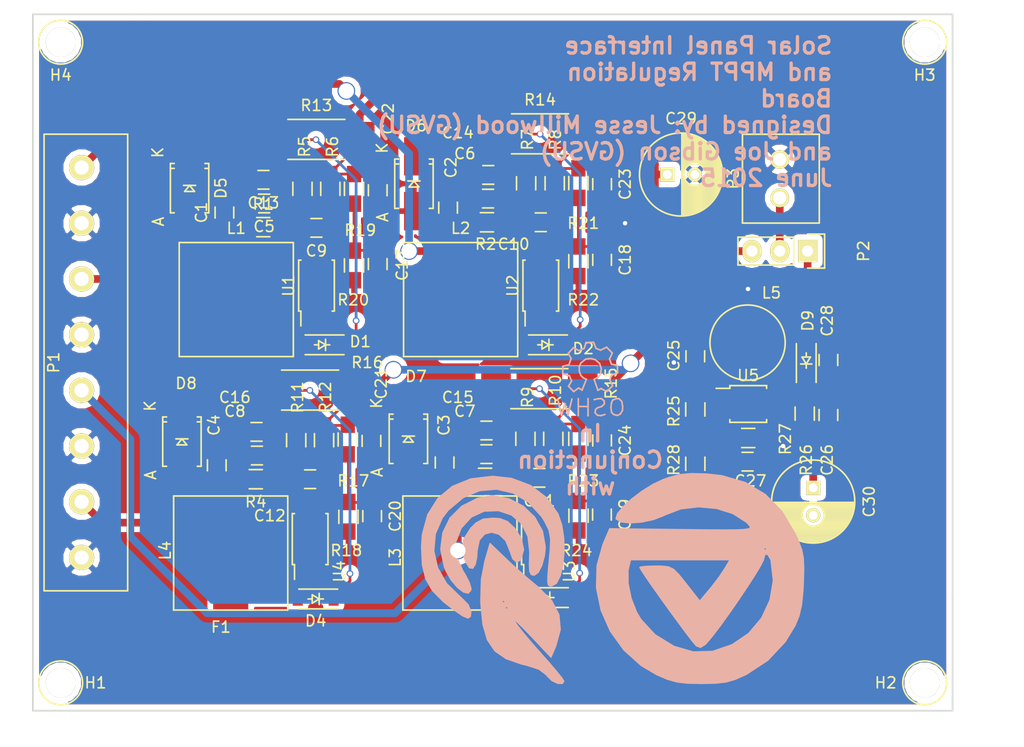
<source format=kicad_pcb>
(kicad_pcb (version 4) (host pcbnew "(after 2015-mar-04 BZR unknown)-product")
  (layers (0 F.Cu signal) (31 B.Cu signal) (34 B.Paste user) (35 F.Paste user) (36 B.SilkS user hide) (37 F.SilkS user) (38 B.Mask user) (39 F.Mask user) (44 Edge.Cuts user))
  (net 0 "")
  (net 1 "Net-(C1-Pad1)")
  (net 2 GND)
  (net 3 "Net-(C2-Pad1)")
  (net 4 "Net-(C3-Pad1)")
  (net 5 "Net-(C4-Pad1)")
  (net 6 "Net-(C5-Pad1)")
  (net 7 "Net-(C6-Pad1)")
  (net 8 "Net-(C7-Pad1)")
  (net 9 "Net-(C8-Pad1)")
  (net 10 "Net-(C9-Pad1)")
  (net 11 "Net-(C9-Pad2)")
  (net 12 "Net-(C10-Pad1)")
  (net 13 "Net-(C10-Pad2)")
  (net 14 "Net-(C11-Pad1)")
  (net 15 "Net-(C11-Pad2)")
  (net 16 "Net-(C12-Pad1)")
  (net 17 "Net-(C12-Pad2)")
  (net 18 "Net-(C13-Pad1)")
  (net 19 "Net-(C14-Pad1)")
  (net 20 "Net-(C15-Pad1)")
  (net 21 "Net-(C16-Pad1)")
  (net 22 "Net-(C17-Pad1)")
  (net 23 "Net-(C18-Pad1)")
  (net 24 "Net-(C19-Pad1)")
  (net 25 "Net-(C20-Pad1)")
  (net 26 /MPPT_OUT)
  (net 27 "Net-(C26-Pad1)")
  (net 28 /LM_FB)
  (net 29 /Panel_Out_V)
  (net 30 "Net-(D1-Pad2)")
  (net 31 "Net-(D2-Pad2)")
  (net 32 "Net-(D3-Pad2)")
  (net 33 "Net-(D4-Pad2)")
  (net 34 "Net-(D9-Pad2)")
  (net 35 "Net-(P2-Pad2)")
  (net 36 "Net-(R25-Pad2)")
  (net 37 "Net-(C30-Pad2)")
  (module Capacitors_SMD:C_0805_HandSoldering (layer F.Cu) (at 144.4625 56.1721 90)
    (fp_text reference C1 (at 0 -2.1 90) (layer F.SilkS))
    (fp_text value 10uF)
    (pad 1 smd rect (at -1.25 0 90) (size 1.5 1.25) (layers F.Cu F.Paste F.Mask) (net 1 "Net-(C1-Pad1)"))
    (pad 2 smd rect (at 1.25 0 90) (size 1.5 1.25) (layers F.Cu F.Paste F.Mask) (net 2 GND))
  )
  (module Capacitors_SMD:C_0805_HandSoldering (layer F.Cu) (at 164.846 55.7276 90)
    (fp_text reference C2 (at 3.6576 0.254 90) (layer F.SilkS))
    (fp_text value 10uF)
    (pad 1 smd rect (at -1.25 0 90) (size 1.5 1.25) (layers F.Cu F.Paste F.Mask) (net 3 "Net-(C2-Pad1)"))
    (pad 2 smd rect (at 1.25 0 90) (size 1.5 1.25) (layers F.Cu F.Paste F.Mask) (net 2 GND))
  )
  (module Capacitors_SMD:C_0805_HandSoldering (layer F.Cu) (at 164.5285 78.9686 90)
    (fp_text reference C3 (at 3.4036 -0.0635 90) (layer F.SilkS))
    (fp_text value 10uF)
    (pad 1 smd rect (at -1.25 0 90) (size 1.5 1.25) (layers F.Cu F.Paste F.Mask) (net 4 "Net-(C3-Pad1)"))
    (pad 2 smd rect (at 1.25 0 90) (size 1.5 1.25) (layers F.Cu F.Paste F.Mask) (net 2 GND))
  )
  (module Capacitors_SMD:C_0805_HandSoldering (layer F.Cu) (at 143.764 79.2226 90)
    (fp_text reference C4 (at 3.6576 -0.254 90) (layer F.SilkS))
    (fp_text value 10uF)
    (pad 1 smd rect (at -1.25 0 90) (size 1.5 1.25) (layers F.Cu F.Paste F.Mask) (net 5 "Net-(C4-Pad1)"))
    (pad 2 smd rect (at 1.25 0 90) (size 1.5 1.25) (layers F.Cu F.Paste F.Mask) (net 2 GND))
  )
  (module Capacitors_SMD:C_0805_HandSoldering (layer F.Cu) (at 148.082 55.3466 180)
    (fp_text reference C5 (at 0 -2.1 180) (layer F.SilkS))
    (fp_text value 100nF)
    (pad 1 smd rect (at -1.25 0 180) (size 1.5 1.25) (layers F.Cu F.Paste F.Mask) (net 6 "Net-(C5-Pad1)"))
    (pad 2 smd rect (at 1.25 0 180) (size 1.5 1.25) (layers F.Cu F.Paste F.Mask) (net 2 GND))
  )
  (module Capacitors_SMD:C_0805_HandSoldering (layer F.Cu) (at 168.4855 54.9021 180)
    (fp_text reference C6 (at 2.1155 4.1021 180) (layer F.SilkS))
    (fp_text value 100nF)
    (pad 1 smd rect (at -1.25 0 180) (size 1.5 1.25) (layers F.Cu F.Paste F.Mask) (net 7 "Net-(C6-Pad1)"))
    (pad 2 smd rect (at 1.25 0 180) (size 1.5 1.25) (layers F.Cu F.Paste F.Mask) (net 2 GND))
  )
  (module Capacitors_SMD:C_0805_HandSoldering (layer F.Cu) (at 168.3385 78.2066 180)
    (fp_text reference C7 (at 1.9685 3.9116 180) (layer F.SilkS))
    (fp_text value 100nF)
    (pad 1 smd rect (at -1.25 0 180) (size 1.5 1.25) (layers F.Cu F.Paste F.Mask) (net 8 "Net-(C7-Pad1)"))
    (pad 2 smd rect (at 1.25 0 180) (size 1.5 1.25) (layers F.Cu F.Paste F.Mask) (net 2 GND))
  )
  (module Capacitors_SMD:C_0805_HandSoldering (layer F.Cu) (at 147.427 78.3336 180)
    (fp_text reference C8 (at 2.012 4.0386 180) (layer F.SilkS))
    (fp_text value 100nF)
    (pad 1 smd rect (at -1.25 0 180) (size 1.5 1.25) (layers F.Cu F.Paste F.Mask) (net 9 "Net-(C8-Pad1)"))
    (pad 2 smd rect (at 1.25 0 180) (size 1.5 1.25) (layers F.Cu F.Paste F.Mask) (net 2 GND))
  )
  (module Capacitors_SMD:C_0805_HandSoldering (layer F.Cu) (at 152.8445 57.5691 180)
    (fp_text reference C9 (at 0 -2.1 180) (layer F.SilkS))
    (fp_text value 1uF)
    (pad 1 smd rect (at -1.25 0 180) (size 1.5 1.25) (layers F.Cu F.Paste F.Mask) (net 10 "Net-(C9-Pad1)"))
    (pad 2 smd rect (at 1.25 0 180) (size 1.5 1.25) (layers F.Cu F.Paste F.Mask) (net 11 "Net-(C9-Pad2)"))
  )
  (module Capacitors_SMD:C_0805_HandSoldering (layer F.Cu) (at 173.2915 57.0611 180)
    (fp_text reference C10 (at 2.4765 -1.9939 180) (layer F.SilkS))
    (fp_text value 1uF)
    (pad 1 smd rect (at -1.25 0 180) (size 1.5 1.25) (layers F.Cu F.Paste F.Mask) (net 12 "Net-(C10-Pad1)"))
    (pad 2 smd rect (at 1.25 0 180) (size 1.5 1.25) (layers F.Cu F.Paste F.Mask) (net 13 "Net-(C10-Pad2)"))
  )
  (module Capacitors_SMD:C_0805_HandSoldering (layer F.Cu) (at 173.1645 80.3656 180)
    (fp_text reference C11 (at 0 -2.1 180) (layer F.SilkS))
    (fp_text value 1uF)
    (pad 1 smd rect (at -1.25 0 180) (size 1.5 1.25) (layers F.Cu F.Paste F.Mask) (net 14 "Net-(C11-Pad1)"))
    (pad 2 smd rect (at 1.25 0 180) (size 1.5 1.25) (layers F.Cu F.Paste F.Mask) (net 15 "Net-(C11-Pad2)"))
  )
  (module Capacitors_SMD:C_0805_HandSoldering (layer F.Cu) (at 152.273 80.4926 180)
    (fp_text reference C12 (at 3.683 -3.3274 180) (layer F.SilkS))
    (fp_text value 1uF)
    (pad 1 smd rect (at -1.25 0 180) (size 1.5 1.25) (layers F.Cu F.Paste F.Mask) (net 16 "Net-(C12-Pad1)"))
    (pad 2 smd rect (at 1.25 0 180) (size 1.5 1.25) (layers F.Cu F.Paste F.Mask) (net 17 "Net-(C12-Pad2)"))
  )
  (module Capacitors_SMD:C_0805_HandSoldering (layer F.Cu) (at 148.0185 53.1876 180)
    (fp_text reference C13 (at 0 -2.1 180) (layer F.SilkS))
    (fp_text value 4.7uF)
    (pad 1 smd rect (at -1.25 0 180) (size 1.5 1.25) (layers F.Cu F.Paste F.Mask) (net 18 "Net-(C13-Pad1)"))
    (pad 2 smd rect (at 1.25 0 180) (size 1.5 1.25) (layers F.Cu F.Paste F.Mask) (net 2 GND))
  )
  (module Capacitors_SMD:C_0805_HandSoldering (layer F.Cu) (at 168.509 52.7431 180)
    (fp_text reference C14 (at 2.774 3.8481 180) (layer F.SilkS))
    (fp_text value 4.7uF)
    (pad 1 smd rect (at -1.25 0 180) (size 1.5 1.25) (layers F.Cu F.Paste F.Mask) (net 19 "Net-(C14-Pad1)"))
    (pad 2 smd rect (at 1.25 0 180) (size 1.5 1.25) (layers F.Cu F.Paste F.Mask) (net 2 GND))
  )
  (module Capacitors_SMD:C_0805_HandSoldering (layer F.Cu) (at 168.3385 76.0476 180)
    (fp_text reference C15 (at 2.6035 3.0226 180) (layer F.SilkS))
    (fp_text value 4.7uF)
    (pad 1 smd rect (at -1.25 0 180) (size 1.5 1.25) (layers F.Cu F.Paste F.Mask) (net 20 "Net-(C15-Pad1)"))
    (pad 2 smd rect (at 1.25 0 180) (size 1.5 1.25) (layers F.Cu F.Paste F.Mask) (net 2 GND))
  )
  (module Capacitors_SMD:C_0805_HandSoldering (layer F.Cu) (at 147.3835 76.1746 180)
    (fp_text reference C16 (at 1.9685 3.1496 180) (layer F.SilkS))
    (fp_text value 4.7uF)
    (pad 1 smd rect (at -1.25 0 180) (size 1.5 1.25) (layers F.Cu F.Paste F.Mask) (net 21 "Net-(C16-Pad1)"))
    (pad 2 smd rect (at 1.25 0 180) (size 1.5 1.25) (layers F.Cu F.Paste F.Mask) (net 2 GND))
  )
  (module Capacitors_SMD:C_0805_HandSoldering (layer F.Cu) (at 158.4325 60.8711 270)
    (fp_text reference C17 (at 0.0889 -2.2225 270) (layer F.SilkS))
    (fp_text value 1nF)
    (pad 1 smd rect (at -1.25 0 270) (size 1.5 1.25) (layers F.Cu F.Paste F.Mask) (net 22 "Net-(C17-Pad1)"))
    (pad 2 smd rect (at 1.25 0 270) (size 1.5 1.25) (layers F.Cu F.Paste F.Mask) (net 2 GND))
  )
  (module Capacitors_SMD:C_0805_HandSoldering (layer F.Cu) (at 178.8795 60.4901 270)
    (fp_text reference C18 (at 0 -2.1 270) (layer F.SilkS))
    (fp_text value 1nF)
    (pad 1 smd rect (at -1.25 0 270) (size 1.5 1.25) (layers F.Cu F.Paste F.Mask) (net 23 "Net-(C18-Pad1)"))
    (pad 2 smd rect (at 1.25 0 270) (size 1.5 1.25) (layers F.Cu F.Paste F.Mask) (net 2 GND))
  )
  (module Capacitors_SMD:C_0805_HandSoldering (layer F.Cu) (at 178.8668 83.7184 270)
    (fp_text reference C19 (at 0 -2.1 270) (layer F.SilkS))
    (fp_text value 1nF)
    (pad 1 smd rect (at -1.25 0 270) (size 1.5 1.25) (layers F.Cu F.Paste F.Mask) (net 24 "Net-(C19-Pad1)"))
    (pad 2 smd rect (at 1.25 0 270) (size 1.5 1.25) (layers F.Cu F.Paste F.Mask) (net 2 GND))
  )
  (module Capacitors_SMD:C_0805_HandSoldering (layer F.Cu) (at 157.9245 83.8581 270)
    (fp_text reference C20 (at 0 -2.1 270) (layer F.SilkS))
    (fp_text value 1nF)
    (pad 1 smd rect (at -1.25 0 270) (size 1.5 1.25) (layers F.Cu F.Paste F.Mask) (net 25 "Net-(C20-Pad1)"))
    (pad 2 smd rect (at 1.25 0 270) (size 1.5 1.25) (layers F.Cu F.Paste F.Mask) (net 2 GND))
  )
  (module Capacitors_SMD:C_0805_HandSoldering (layer F.Cu) (at 157.861 77.0001 270)
    (fp_text reference C21 (at -5.2451 -0.889 270) (layer F.SilkS))
    (fp_text value 10uF)
    (pad 1 smd rect (at -1.25 0 270) (size 1.5 1.25) (layers F.Cu F.Paste F.Mask) (net 26 /MPPT_OUT))
    (pad 2 smd rect (at 1.25 0 270) (size 1.5 1.25) (layers F.Cu F.Paste F.Mask) (net 2 GND))
  )
  (module Capacitors_SMD:C_0805_HandSoldering (layer F.Cu) (at 158.4325 54.1401 270)
    (fp_text reference C22 (at -6.5151 -0.9525 450) (layer F.SilkS))
    (fp_text value 10uF)
    (pad 1 smd rect (at -1.25 0 270) (size 1.5 1.25) (layers F.Cu F.Paste F.Mask) (net 26 /MPPT_OUT))
    (pad 2 smd rect (at 1.25 0 270) (size 1.5 1.25) (layers F.Cu F.Paste F.Mask) (net 2 GND))
  )
  (module Capacitors_SMD:C_0805_HandSoldering (layer F.Cu) (at 178.8795 53.5886 270)
    (fp_text reference C23 (at 0 -2.1 270) (layer F.SilkS))
    (fp_text value 10uF)
    (pad 1 smd rect (at -1.25 0 270) (size 1.5 1.25) (layers F.Cu F.Paste F.Mask) (net 26 /MPPT_OUT))
    (pad 2 smd rect (at 1.25 0 270) (size 1.5 1.25) (layers F.Cu F.Paste F.Mask) (net 2 GND))
  )
  (module Capacitors_SMD:C_0805_HandSoldering (layer F.Cu) (at 178.8795 76.9566 270)
    (fp_text reference C24 (at 0 -2.1 270) (layer F.SilkS))
    (fp_text value 10uF)
    (pad 1 smd rect (at -1.25 0 270) (size 1.5 1.25) (layers F.Cu F.Paste F.Mask) (net 26 /MPPT_OUT))
    (pad 2 smd rect (at 1.25 0 270) (size 1.5 1.25) (layers F.Cu F.Paste F.Mask) (net 2 GND))
  )
  (module Capacitors_SMD:C_0805_HandSoldering (layer F.Cu) (at 187.3758 69.2839 270)
    (fp_text reference C25 (at -0.0689 1.9558 270) (layer F.SilkS))
    (fp_text value 22uF)
    (pad 1 smd rect (at -1.25 0 270) (size 1.5 1.25) (layers F.Cu F.Paste F.Mask) (net 26 /MPPT_OUT))
    (pad 2 smd rect (at 1.25 0 270) (size 1.5 1.25) (layers F.Cu F.Paste F.Mask) (net 2 GND))
  )
  (module Capacitors_SMD:C_0805_HandSoldering (layer F.Cu) (at 199.5043 74.6379 90)
    (fp_text reference C26 (at -4.1021 -0.1143 90) (layer F.SilkS))
    (fp_text value 1uF)
    (pad 1 smd rect (at -1.25 0 90) (size 1.5 1.25) (layers F.Cu F.Paste F.Mask) (net 27 "Net-(C26-Pad1)"))
    (pad 2 smd rect (at 1.25 0 90) (size 1.5 1.25) (layers F.Cu F.Paste F.Mask) (net 2 GND))
  )
  (module Capacitors_SMD:C_0805_HandSoldering (layer F.Cu) (at 192.1383 78.8924)
    (fp_text reference C27 (at 0.2667 1.7526) (layer F.SilkS))
    (fp_text value 39pF)
    (pad 1 smd rect (at -1.25 0) (size 1.5 1.25) (layers F.Cu F.Paste F.Mask) (net 28 /LM_FB))
    (pad 2 smd rect (at 1.25 0) (size 1.5 1.25) (layers F.Cu F.Paste F.Mask) (net 29 /Panel_Out_V))
  )
  (module Capacitors_SMD:C_0805_HandSoldering (layer F.Cu) (at 199.5043 69.6214 90)
    (fp_text reference C28 (at 3.5814 -0.1143 90) (layer F.SilkS))
    (fp_text value "68uF Tant")
    (pad 1 smd rect (at -1.25 0 90) (size 1.5 1.25) (layers F.Cu F.Paste F.Mask) (net 29 /Panel_Out_V))
    (pad 2 smd rect (at 1.25 0 90) (size 1.5 1.25) (layers F.Cu F.Paste F.Mask) (net 2 GND))
  )
  (module Diodes_SMD:SOD-123 (layer F.Cu) (at 153.362017 68.2371 180)
    (fp_text reference D1 (at -3.482983 0.2921 180) (layer F.SilkS))
    (fp_text value 1n5819)
    (pad 1 smd rect (at -1.635 0 180) (size 0.91 1.22) (layers F.Cu F.Paste F.Mask) (net 18 "Net-(C13-Pad1)"))
    (pad 2 smd rect (at 1.635 0 180) (size 0.91 1.22) (layers F.Cu F.Paste F.Mask) (net 30 "Net-(D1-Pad2)"))
  )
  (module Diodes_SMD:SOD-123 (layer F.Cu) (at 173.72 68.2371 180)
    (fp_text reference D2 (at -3.445 -0.3429 180) (layer F.SilkS))
    (fp_text value 1n5819)
    (pad 1 smd rect (at -1.635 0 180) (size 0.91 1.22) (layers F.Cu F.Paste F.Mask) (net 19 "Net-(C14-Pad1)"))
    (pad 2 smd rect (at 1.635 0 180) (size 0.91 1.22) (layers F.Cu F.Paste F.Mask) (net 31 "Net-(D2-Pad2)"))
  )
  (module Diodes_SMD:SOD-123 (layer F.Cu) (at 173.7995 91.2876 180)
    (fp_text reference D3 (at 0 -2 180) (layer F.SilkS))
    (fp_text value 1n5819)
    (pad 1 smd rect (at -1.635 0 180) (size 0.91 1.22) (layers F.Cu F.Paste F.Mask) (net 20 "Net-(C15-Pad1)"))
    (pad 2 smd rect (at 1.635 0 180) (size 0.91 1.22) (layers F.Cu F.Paste F.Mask) (net 32 "Net-(D3-Pad2)"))
  )
  (module Diodes_SMD:SOD-123 (layer F.Cu) (at 152.781 91.4146 180)
    (fp_text reference D4 (at 0 -2 180) (layer F.SilkS))
    (fp_text value 1n5819)
    (pad 1 smd rect (at -1.635 0 180) (size 0.91 1.22) (layers F.Cu F.Paste F.Mask) (net 21 "Net-(C16-Pad1)"))
    (pad 2 smd rect (at 1.635 0 180) (size 0.91 1.22) (layers F.Cu F.Paste F.Mask) (net 33 "Net-(D4-Pad2)"))
  )
  (module Diodes_SMD:Diode-SMA_Handsoldering (layer F.Cu) (at 141.2875 53.9496 270)
    (fp_text reference D5 (at 0 -2.85 270) (layer F.SilkS))
    (fp_text value Diode-TVS)
    (fp_text user K (at -3.25 2.9 270) (layer F.SilkS))
    (fp_text user A (at 3.05 2.85 270) (layer F.SilkS))
    (pad 1 smd rect (at -2.49936 0 270) (size 3.50012 1.80086) (layers F.Cu F.Paste F.Mask) (net 18 "Net-(C13-Pad1)"))
    (pad 2 smd rect (at 2.49936 0 270) (size 3.50012 1.80086) (layers F.Cu F.Paste F.Mask) (net 2 GND))
  )
  (module Diodes_SMD:Diode-SMA_Handsoldering (layer F.Cu) (at 161.7345 53.54574 270)
    (fp_text reference D6 (at -5.28574 -0.1905 360) (layer F.SilkS))
    (fp_text value Diode-TVS)
    (fp_text user K (at -3.25 2.9 270) (layer F.SilkS))
    (fp_text user A (at 3.05 2.85 270) (layer F.SilkS))
    (pad 1 smd rect (at -2.49936 0 270) (size 3.50012 1.80086) (layers F.Cu F.Paste F.Mask) (net 19 "Net-(C14-Pad1)"))
    (pad 2 smd rect (at 2.49936 0 270) (size 3.50012 1.80086) (layers F.Cu F.Paste F.Mask) (net 2 GND))
  )
  (module Diodes_SMD:Diode-SMA_Handsoldering (layer F.Cu) (at 161.2265 76.8096 270)
    (fp_text reference D7 (at -5.6896 -0.6985 360) (layer F.SilkS))
    (fp_text value Diode-TVS)
    (fp_text user K (at -3.25 2.9 270) (layer F.SilkS))
    (fp_text user A (at 3.05 2.85 270) (layer F.SilkS))
    (pad 1 smd rect (at -2.49936 0 270) (size 3.50012 1.80086) (layers F.Cu F.Paste F.Mask) (net 20 "Net-(C15-Pad1)"))
    (pad 2 smd rect (at 2.49936 0 270) (size 3.50012 1.80086) (layers F.Cu F.Paste F.Mask) (net 2 GND))
  )
  (module Diodes_SMD:Diode-SMA_Handsoldering (layer F.Cu) (at 140.589 77.0636 270)
    (fp_text reference D8 (at -5.3086 -0.381 360) (layer F.SilkS))
    (fp_text value Diode-TVS)
    (fp_text user K (at -3.25 2.9 270) (layer F.SilkS))
    (fp_text user A (at 3.05 2.85 270) (layer F.SilkS))
    (pad 1 smd rect (at -2.49936 0 270) (size 3.50012 1.80086) (layers F.Cu F.Paste F.Mask) (net 21 "Net-(C16-Pad1)"))
    (pad 2 smd rect (at 2.49936 0 270) (size 3.50012 1.80086) (layers F.Cu F.Paste F.Mask) (net 2 GND))
  )
  (module Diodes_SMD:SOD-123 (layer F.Cu) (at 197.485 69.6689 90)
    (fp_text reference D9 (at 3.6289 0.1397 90) (layer F.SilkS))
    (fp_text value 1N5819)
    (pad 1 smd rect (at -1.635 0 90) (size 0.91 1.22) (layers F.Cu F.Paste F.Mask) (net 29 /Panel_Out_V))
    (pad 2 smd rect (at 1.635 0 90) (size 0.91 1.22) (layers F.Cu F.Paste F.Mask) (net 34 "Net-(D9-Pad2)"))
  )
  (module RFCX:Ind_10_4x10_4 (layer F.Cu) (at 165.989 64.1096)
    (fp_text reference L2 (at 0 -6.5) (layer F.SilkS))
    (fp_text value 10uH)
    (pad 1 smd rect (at 0 -4.05) (size 3.2 2.5) (layers F.Cu F.Paste F.Mask) (net 3 "Net-(C2-Pad1)"))
    (pad 2 smd rect (at 0 4.05) (size 3.2 2.5) (layers F.Cu F.Paste F.Mask) (net 31 "Net-(D2-Pad2)"))
  )
  (module RFCX:Ind_10_4x10_4 (layer F.Cu) (at 165.9255 87.2236)
    (fp_text reference L3 (at -5.9055 0.4064 90) (layer F.SilkS))
    (fp_text value 10uH)
    (pad 1 smd rect (at 0 -4.05) (size 3.2 2.5) (layers F.Cu F.Paste F.Mask) (net 4 "Net-(C3-Pad1)"))
    (pad 2 smd rect (at 0 4.05) (size 3.2 2.5) (layers F.Cu F.Paste F.Mask) (net 32 "Net-(D3-Pad2)"))
  )
  (module RFCX:Ind_10_4x10_4 (layer F.Cu) (at 145.034 87.2236)
    (fp_text reference L4 (at -5.969 -0.2286 90) (layer F.SilkS))
    (fp_text value 10uH)
    (pad 1 smd rect (at 0 -4.05) (size 3.2 2.5) (layers F.Cu F.Paste F.Mask) (net 5 "Net-(C4-Pad1)"))
    (pad 2 smd rect (at 0 4.05) (size 3.2 2.5) (layers F.Cu F.Paste F.Mask) (net 33 "Net-(D4-Pad2)"))
  )
  (module RFCX:Ind_6x6 (layer F.Cu) (at 192.1383 68.0339)
    (fp_text reference L5 (at 2.1717 -4.5339) (layer F.SilkS))
    (fp_text value 6.8uF)
    (pad 1 smd rect (at -2.15 0) (size 2 6) (layers F.Cu F.Paste F.Mask) (net 26 /MPPT_OUT))
    (pad 2 smd rect (at 2.15 0) (size 2 6) (layers F.Cu F.Paste F.Mask) (net 34 "Net-(D9-Pad2)"))
  )
  (module Pin_Headers:Pin_Header_Straight_1x03 (layer F.Cu) (at 197.612 59.69 270)
    (fp_text reference P2 (at 0 -5.1 270) (layer F.SilkS))
    (fp_text value CONN_01X03)
    (pad 1 thru_hole rect (at 0 0 270) (size 2.032 1.7272) (drill 1.016) (layers *.Cu *.Mask F.SilkS) (net 29 /Panel_Out_V))
    (pad 2 thru_hole oval (at 0 2.54 270) (size 2.032 1.7272) (drill 1.016) (layers *.Cu *.Mask F.SilkS) (net 35 "Net-(P2-Pad2)"))
    (pad 3 thru_hole oval (at 0 5.08 270) (size 2.032 1.7272) (drill 1.016) (layers *.Cu *.Mask F.SilkS) (net 26 /MPPT_OUT))
  )
  (module Resistors_SMD:R_0805_HandSoldering (layer F.Cu) (at 148.002 57.5056)
    (fp_text reference R1 (at 0 -2.1) (layer F.SilkS))
    (fp_text value 1k)
    (pad 1 smd rect (at -1.35 0) (size 1.5 1.3) (layers F.Cu F.Paste F.Mask) (net 1 "Net-(C1-Pad1)"))
    (pad 2 smd rect (at 1.35 0) (size 1.5 1.3) (layers F.Cu F.Paste F.Mask) (net 6 "Net-(C5-Pad1)"))
  )
  (module Resistors_SMD:R_0805_HandSoldering (layer F.Cu) (at 168.3855 57.0611)
    (fp_text reference R2 (at -0.1105 1.9939) (layer F.SilkS))
    (fp_text value 1k)
    (pad 1 smd rect (at -1.35 0) (size 1.5 1.3) (layers F.Cu F.Paste F.Mask) (net 3 "Net-(C2-Pad1)"))
    (pad 2 smd rect (at 1.35 0) (size 1.5 1.3) (layers F.Cu F.Paste F.Mask) (net 7 "Net-(C6-Pad1)"))
  )
  (module Resistors_SMD:R_0805_HandSoldering (layer F.Cu) (at 168.2115 80.3656)
    (fp_text reference R3 (at 0.6985 2.1844) (layer F.SilkS))
    (fp_text value 1k)
    (pad 1 smd rect (at -1.35 0) (size 1.5 1.3) (layers F.Cu F.Paste F.Mask) (net 4 "Net-(C3-Pad1)"))
    (pad 2 smd rect (at 1.35 0) (size 1.5 1.3) (layers F.Cu F.Paste F.Mask) (net 8 "Net-(C7-Pad1)"))
  )
  (module Resistors_SMD:R_0805_HandSoldering (layer F.Cu) (at 147.32 80.4926)
    (fp_text reference R4 (at 0 2.0574) (layer F.SilkS))
    (fp_text value 1k)
    (pad 1 smd rect (at -1.35 0) (size 1.5 1.3) (layers F.Cu F.Paste F.Mask) (net 5 "Net-(C4-Pad1)"))
    (pad 2 smd rect (at 1.35 0) (size 1.5 1.3) (layers F.Cu F.Paste F.Mask) (net 9 "Net-(C8-Pad1)"))
  )
  (module Resistors_SMD:R_0805_HandSoldering (layer F.Cu) (at 151.5745 54.0131 90)
    (fp_text reference R5 (at 3.8481 0.1905 90) (layer F.SilkS))
    (fp_text value 1k)
    (pad 1 smd rect (at -1.35 0 90) (size 1.5 1.3) (layers F.Cu F.Paste F.Mask) (net 11 "Net-(C9-Pad2)"))
    (pad 2 smd rect (at 1.35 0 90) (size 1.5 1.3) (layers F.Cu F.Paste F.Mask) (net 18 "Net-(C13-Pad1)"))
  )
  (module Resistors_SMD:R_0805_HandSoldering (layer F.Cu) (at 154.1145 54.0131 90)
    (fp_text reference R6 (at 3.8481 0.1905 90) (layer F.SilkS))
    (fp_text value 1k)
    (pad 1 smd rect (at -1.35 0 90) (size 1.5 1.3) (layers F.Cu F.Paste F.Mask) (net 10 "Net-(C9-Pad1)"))
    (pad 2 smd rect (at 1.35 0 90) (size 1.5 1.3) (layers F.Cu F.Paste F.Mask) (net 26 /MPPT_OUT))
  )
  (module Resistors_SMD:R_0805_HandSoldering (layer F.Cu) (at 171.958 53.5051 90)
    (fp_text reference R7 (at 3.9751 0.127 90) (layer F.SilkS))
    (fp_text value 1k)
    (pad 1 smd rect (at -1.35 0 90) (size 1.5 1.3) (layers F.Cu F.Paste F.Mask) (net 13 "Net-(C10-Pad2)"))
    (pad 2 smd rect (at 1.35 0 90) (size 1.5 1.3) (layers F.Cu F.Paste F.Mask) (net 19 "Net-(C14-Pad1)"))
  )
  (module Resistors_SMD:R_0805_HandSoldering (layer F.Cu) (at 174.5615 53.5051 90)
    (fp_text reference R8 (at 3.9751 0.0635 90) (layer F.SilkS))
    (fp_text value 1k)
    (pad 1 smd rect (at -1.35 0 90) (size 1.5 1.3) (layers F.Cu F.Paste F.Mask) (net 12 "Net-(C10-Pad1)"))
    (pad 2 smd rect (at 1.35 0 90) (size 1.5 1.3) (layers F.Cu F.Paste F.Mask) (net 26 /MPPT_OUT))
  )
  (module Resistors_SMD:R_0805_HandSoldering (layer F.Cu) (at 171.8945 76.8096 90)
    (fp_text reference R9 (at 3.7846 0.1905 90) (layer F.SilkS))
    (fp_text value 1k)
    (pad 1 smd rect (at -1.35 0 90) (size 1.5 1.3) (layers F.Cu F.Paste F.Mask) (net 15 "Net-(C11-Pad2)"))
    (pad 2 smd rect (at 1.35 0 90) (size 1.5 1.3) (layers F.Cu F.Paste F.Mask) (net 20 "Net-(C15-Pad1)"))
  )
  (module Resistors_SMD:R_0805_HandSoldering (layer F.Cu) (at 174.4345 76.8096 90)
    (fp_text reference R10 (at 4.4196 0.1905 90) (layer F.SilkS))
    (fp_text value 1k)
    (pad 1 smd rect (at -1.35 0 90) (size 1.5 1.3) (layers F.Cu F.Paste F.Mask) (net 14 "Net-(C11-Pad1)"))
    (pad 2 smd rect (at 1.35 0 90) (size 1.5 1.3) (layers F.Cu F.Paste F.Mask) (net 26 /MPPT_OUT))
  )
  (module Resistors_SMD:R_0805_HandSoldering (layer F.Cu) (at 151.003 76.9366 90)
    (fp_text reference R11 (at 3.9116 0.127 90) (layer F.SilkS))
    (fp_text value 1k)
    (pad 1 smd rect (at -1.35 0 90) (size 1.5 1.3) (layers F.Cu F.Paste F.Mask) (net 17 "Net-(C12-Pad2)"))
    (pad 2 smd rect (at 1.35 0 90) (size 1.5 1.3) (layers F.Cu F.Paste F.Mask) (net 21 "Net-(C16-Pad1)"))
  )
  (module Resistors_SMD:R_0805_HandSoldering (layer F.Cu) (at 153.543 76.9366 90)
    (fp_text reference R12 (at 3.9116 0.127 90) (layer F.SilkS))
    (fp_text value 1k)
    (pad 1 smd rect (at -1.35 0 90) (size 1.5 1.3) (layers F.Cu F.Paste F.Mask) (net 16 "Net-(C12-Pad1)"))
    (pad 2 smd rect (at 1.35 0 90) (size 1.5 1.3) (layers F.Cu F.Paste F.Mask) (net 26 /MPPT_OUT))
  )
  (module Resistors_SMD:R_2512_HandSoldering (layer F.Cu) (at 152.8445 49.5046)
    (fp_text reference R13 (at 0 -3.1) (layer F.SilkS))
    (fp_text value "0.5, 2W")
    (pad 1 smd rect (at -3.95 0) (size 2.7 3.2) (layers F.Cu F.Paste F.Mask) (net 18 "Net-(C13-Pad1)"))
    (pad 2 smd rect (at 3.95 0) (size 2.7 3.2) (layers F.Cu F.Paste F.Mask) (net 26 /MPPT_OUT))
  )
  (module Resistors_SMD:R_2512_HandSoldering (layer F.Cu) (at 173.228 48.9966)
    (fp_text reference R14 (at 0 -3.1) (layer F.SilkS))
    (fp_text value "0.5, 2W")
    (pad 1 smd rect (at -3.95 0) (size 2.7 3.2) (layers F.Cu F.Paste F.Mask) (net 19 "Net-(C14-Pad1)"))
    (pad 2 smd rect (at 3.95 0) (size 2.7 3.2) (layers F.Cu F.Paste F.Mask) (net 26 /MPPT_OUT))
  )
  (module Resistors_SMD:R_2512_HandSoldering (layer F.Cu) (at 173.1645 72.2376)
    (fp_text reference R15 (at 6.5405 -0.4826 90) (layer F.SilkS))
    (fp_text value "0.5, 2W")
    (pad 1 smd rect (at -3.95 0) (size 2.7 3.2) (layers F.Cu F.Paste F.Mask) (net 20 "Net-(C15-Pad1)"))
    (pad 2 smd rect (at 3.95 0) (size 2.7 3.2) (layers F.Cu F.Paste F.Mask) (net 26 /MPPT_OUT))
  )
  (module Resistors_SMD:R_2512_HandSoldering (layer F.Cu) (at 152.273 72.3646)
    (fp_text reference R16 (at 5.207 -2.5146) (layer F.SilkS))
    (fp_text value "0.5, 2W")
    (pad 1 smd rect (at -3.95 0) (size 2.7 3.2) (layers F.Cu F.Paste F.Mask) (net 21 "Net-(C16-Pad1)"))
    (pad 2 smd rect (at 3.95 0) (size 2.7 3.2) (layers F.Cu F.Paste F.Mask) (net 26 /MPPT_OUT))
  )
  (module Resistors_SMD:R_0805_HandSoldering (layer F.Cu) (at 155.702 76.8731 270)
    (fp_text reference R17 (at 3.7719 -0.508 360) (layer F.SilkS))
    (fp_text value 330K)
    (pad 1 smd rect (at -1.35 0 270) (size 1.5 1.3) (layers F.Cu F.Paste F.Mask) (net 26 /MPPT_OUT))
    (pad 2 smd rect (at 1.35 0 270) (size 1.5 1.3) (layers F.Cu F.Paste F.Mask) (net 25 "Net-(C20-Pad1)"))
  )
  (module Resistors_SMD:R_0805_HandSoldering (layer F.Cu) (at 155.7655 83.9216 270)
    (fp_text reference R18 (at 3.0734 0.1905 360) (layer F.SilkS))
    (fp_text value 121K)
    (pad 1 smd rect (at -1.35 0 270) (size 1.5 1.3) (layers F.Cu F.Paste F.Mask) (net 25 "Net-(C20-Pad1)"))
    (pad 2 smd rect (at 1.35 0 270) (size 1.5 1.3) (layers F.Cu F.Paste F.Mask) (net 2 GND))
  )
  (module Resistors_SMD:R_0805_HandSoldering (layer F.Cu) (at 156.2735 54.0131 270)
    (fp_text reference R19 (at 3.7719 -0.5715 360) (layer F.SilkS))
    (fp_text value 330K)
    (pad 1 smd rect (at -1.35 0 270) (size 1.5 1.3) (layers F.Cu F.Paste F.Mask) (net 26 /MPPT_OUT))
    (pad 2 smd rect (at 1.35 0 270) (size 1.5 1.3) (layers F.Cu F.Paste F.Mask) (net 22 "Net-(C17-Pad1)"))
  )
  (module Resistors_SMD:R_0805_HandSoldering (layer F.Cu) (at 156.2735 60.9981 270)
    (fp_text reference R20 (at 3.1369 0.0635 360) (layer F.SilkS))
    (fp_text value 121K)
    (pad 1 smd rect (at -1.35 0 270) (size 1.5 1.3) (layers F.Cu F.Paste F.Mask) (net 22 "Net-(C17-Pad1)"))
    (pad 2 smd rect (at 1.35 0 270) (size 1.5 1.3) (layers F.Cu F.Paste F.Mask) (net 2 GND))
  )
  (module Resistors_SMD:R_0805_HandSoldering (layer F.Cu) (at 176.7205 53.4886 270)
    (fp_text reference R21 (at 3.6614 -0.4445 360) (layer F.SilkS))
    (fp_text value 330K)
    (pad 1 smd rect (at -1.35 0 270) (size 1.5 1.3) (layers F.Cu F.Paste F.Mask) (net 26 /MPPT_OUT))
    (pad 2 smd rect (at 1.35 0 270) (size 1.5 1.3) (layers F.Cu F.Paste F.Mask) (net 23 "Net-(C18-Pad1)"))
  )
  (module Resistors_SMD:R_0805_HandSoldering (layer F.Cu) (at 176.7205 60.6171 270)
    (fp_text reference R22 (at 3.5179 -0.4445 360) (layer F.SilkS))
    (fp_text value 121K)
    (pad 1 smd rect (at -1.35 0 270) (size 1.5 1.3) (layers F.Cu F.Paste F.Mask) (net 23 "Net-(C18-Pad1)"))
    (pad 2 smd rect (at 1.35 0 270) (size 1.5 1.3) (layers F.Cu F.Paste F.Mask) (net 2 GND))
  )
  (module Resistors_SMD:R_0805_HandSoldering (layer F.Cu) (at 176.7205 76.8096 270)
    (fp_text reference R23 (at 3.8354 -0.4445 360) (layer F.SilkS))
    (fp_text value 330K)
    (pad 1 smd rect (at -1.35 0 270) (size 1.5 1.3) (layers F.Cu F.Paste F.Mask) (net 26 /MPPT_OUT))
    (pad 2 smd rect (at 1.35 0 270) (size 1.5 1.3) (layers F.Cu F.Paste F.Mask) (net 24 "Net-(C19-Pad1)"))
  )
  (module Resistors_SMD:R_0805_HandSoldering (layer F.Cu) (at 176.7332 83.82 270)
    (fp_text reference R24 (at 3.175 0.2032 360) (layer F.SilkS))
    (fp_text value 121K)
    (pad 1 smd rect (at -1.35 0 270) (size 1.5 1.3) (layers F.Cu F.Paste F.Mask) (net 24 "Net-(C19-Pad1)"))
    (pad 2 smd rect (at 1.35 0 270) (size 1.5 1.3) (layers F.Cu F.Paste F.Mask) (net 2 GND))
  )
  (module Resistors_SMD:R_0805_HandSoldering (layer F.Cu) (at 187.3758 74.1299 270)
    (fp_text reference R25 (at 0.1651 1.9558 270) (layer F.SilkS))
    (fp_text value 200K)
    (pad 1 smd rect (at -1.35 0 270) (size 1.5 1.3) (layers F.Cu F.Paste F.Mask) (net 27 "Net-(C26-Pad1)"))
    (pad 2 smd rect (at 1.35 0 270) (size 1.5 1.3) (layers F.Cu F.Paste F.Mask) (net 36 "Net-(R25-Pad2)"))
  )
  (module Resistors_SMD:R_0805_HandSoldering (layer F.Cu) (at 197.3453 74.5109 270)
    (fp_text reference R26 (at 4.2291 -0.1397 270) (layer F.SilkS))
    (fp_text value 49.9)
    (pad 1 smd rect (at -1.35 0 270) (size 1.5 1.3) (layers F.Cu F.Paste F.Mask) (net 29 /Panel_Out_V))
    (pad 2 smd rect (at 1.35 0 270) (size 1.5 1.3) (layers F.Cu F.Paste F.Mask) (net 27 "Net-(C26-Pad1)"))
  )
  (module Resistors_SMD:R_0805_HandSoldering (layer F.Cu) (at 192.2018 76.7334 180)
    (fp_text reference R27 (at -3.3782 -0.1016 270) (layer F.SilkS))
    (fp_text value 150K)
    (pad 1 smd rect (at -1.35 0 180) (size 1.5 1.3) (layers F.Cu F.Paste F.Mask) (net 29 /Panel_Out_V))
    (pad 2 smd rect (at 1.35 0 180) (size 1.5 1.3) (layers F.Cu F.Paste F.Mask) (net 28 /LM_FB))
  )
  (module Resistors_SMD:R_0805_HandSoldering (layer F.Cu) (at 187.3758 79.0829 270)
    (fp_text reference R28 (at -0.3429 1.9558 270) (layer F.SilkS))
    (fp_text value 49.9K)
    (pad 1 smd rect (at -1.35 0 270) (size 1.5 1.3) (layers F.Cu F.Paste F.Mask) (net 28 /LM_FB))
    (pad 2 smd rect (at 1.35 0 270) (size 1.5 1.3) (layers F.Cu F.Paste F.Mask) (net 2 GND))
  )
  (module Housings_SSOP:TSSOP-8_4.4x3mm_Pitch0.65mm (layer F.Cu) (at 152.854017 62.838277 90)
    (fp_text reference U1 (at 0 -2.55 90) (layer F.SilkS))
    (fp_text value SPV1040)
    (pad 1 smd rect (at -2.95 -0.975 90) (size 1.45 0.45) (layers F.Cu F.Paste F.Mask) (net 6 "Net-(C5-Pad1)"))
    (pad 2 smd rect (at -2.95 -0.325 90) (size 1.45 0.45) (layers F.Cu F.Paste F.Mask) (net 2 GND))
    (pad 3 smd rect (at -2.95 0.325 90) (size 1.45 0.45) (layers F.Cu F.Paste F.Mask) (net 30 "Net-(D1-Pad2)"))
    (pad 4 smd rect (at -2.95 0.975 90) (size 1.45 0.45) (layers F.Cu F.Paste F.Mask) (net 18 "Net-(C13-Pad1)"))
    (pad 5 smd rect (at 2.95 0.975 90) (size 1.45 0.45) (layers F.Cu F.Paste F.Mask) (net 22 "Net-(C17-Pad1)"))
    (pad 6 smd rect (at 2.95 0.325 90) (size 1.45 0.45) (layers F.Cu F.Paste F.Mask) (net 10 "Net-(C9-Pad1)"))
    (pad 7 smd rect (at 2.95 -0.325 90) (size 1.45 0.45) (layers F.Cu F.Paste F.Mask) (net 11 "Net-(C9-Pad2)"))
    (pad 8 smd rect (at 2.95 -0.975 90) (size 1.45 0.45) (layers F.Cu F.Paste F.Mask) (net 6 "Net-(C5-Pad1)"))
  )
  (module Housings_SSOP:TSSOP-8_4.4x3mm_Pitch0.65mm (layer F.Cu) (at 173.2915 62.8396 90)
    (fp_text reference U2 (at 0 -2.55 90) (layer F.SilkS))
    (fp_text value SPV1040)
    (pad 1 smd rect (at -2.95 -0.975 90) (size 1.45 0.45) (layers F.Cu F.Paste F.Mask) (net 7 "Net-(C6-Pad1)"))
    (pad 2 smd rect (at -2.95 -0.325 90) (size 1.45 0.45) (layers F.Cu F.Paste F.Mask) (net 2 GND))
    (pad 3 smd rect (at -2.95 0.325 90) (size 1.45 0.45) (layers F.Cu F.Paste F.Mask) (net 31 "Net-(D2-Pad2)"))
    (pad 4 smd rect (at -2.95 0.975 90) (size 1.45 0.45) (layers F.Cu F.Paste F.Mask) (net 19 "Net-(C14-Pad1)"))
    (pad 5 smd rect (at 2.95 0.975 90) (size 1.45 0.45) (layers F.Cu F.Paste F.Mask) (net 23 "Net-(C18-Pad1)"))
    (pad 6 smd rect (at 2.95 0.325 90) (size 1.45 0.45) (layers F.Cu F.Paste F.Mask) (net 12 "Net-(C10-Pad1)"))
    (pad 7 smd rect (at 2.95 -0.325 90) (size 1.45 0.45) (layers F.Cu F.Paste F.Mask) (net 13 "Net-(C10-Pad2)"))
    (pad 8 smd rect (at 2.95 -0.975 90) (size 1.45 0.45) (layers F.Cu F.Paste F.Mask) (net 7 "Net-(C6-Pad1)"))
  )
  (module Housings_SSOP:TSSOP-8_4.4x3mm_Pitch0.65mm (layer F.Cu) (at 173.1645 85.9536 90)
    (fp_text reference U3 (at -2.9464 2.7305 90) (layer F.SilkS))
    (fp_text value SPV1040)
    (pad 1 smd rect (at -2.95 -0.975 90) (size 1.45 0.45) (layers F.Cu F.Paste F.Mask) (net 8 "Net-(C7-Pad1)"))
    (pad 2 smd rect (at -2.95 -0.325 90) (size 1.45 0.45) (layers F.Cu F.Paste F.Mask) (net 2 GND))
    (pad 3 smd rect (at -2.95 0.325 90) (size 1.45 0.45) (layers F.Cu F.Paste F.Mask) (net 32 "Net-(D3-Pad2)"))
    (pad 4 smd rect (at -2.95 0.975 90) (size 1.45 0.45) (layers F.Cu F.Paste F.Mask) (net 20 "Net-(C15-Pad1)"))
    (pad 5 smd rect (at 2.95 0.975 90) (size 1.45 0.45) (layers F.Cu F.Paste F.Mask) (net 24 "Net-(C19-Pad1)"))
    (pad 6 smd rect (at 2.95 0.325 90) (size 1.45 0.45) (layers F.Cu F.Paste F.Mask) (net 14 "Net-(C11-Pad1)"))
    (pad 7 smd rect (at 2.95 -0.325 90) (size 1.45 0.45) (layers F.Cu F.Paste F.Mask) (net 15 "Net-(C11-Pad2)"))
    (pad 8 smd rect (at 2.95 -0.975 90) (size 1.45 0.45) (layers F.Cu F.Paste F.Mask) (net 8 "Net-(C7-Pad1)"))
  )
  (module Housings_SSOP:TSSOP-8_4.4x3mm_Pitch0.65mm (layer F.Cu) (at 152.273 85.9536 90)
    (fp_text reference U4 (at -2.9464 2.667 90) (layer F.SilkS))
    (fp_text value SPV1040)
    (pad 1 smd rect (at -2.95 -0.975 90) (size 1.45 0.45) (layers F.Cu F.Paste F.Mask) (net 9 "Net-(C8-Pad1)"))
    (pad 2 smd rect (at -2.95 -0.325 90) (size 1.45 0.45) (layers F.Cu F.Paste F.Mask) (net 2 GND))
    (pad 3 smd rect (at -2.95 0.325 90) (size 1.45 0.45) (layers F.Cu F.Paste F.Mask) (net 33 "Net-(D4-Pad2)"))
    (pad 4 smd rect (at -2.95 0.975 90) (size 1.45 0.45) (layers F.Cu F.Paste F.Mask) (net 21 "Net-(C16-Pad1)"))
    (pad 5 smd rect (at 2.95 0.975 90) (size 1.45 0.45) (layers F.Cu F.Paste F.Mask) (net 25 "Net-(C20-Pad1)"))
    (pad 6 smd rect (at 2.95 0.325 90) (size 1.45 0.45) (layers F.Cu F.Paste F.Mask) (net 16 "Net-(C12-Pad1)"))
    (pad 7 smd rect (at 2.95 -0.325 90) (size 1.45 0.45) (layers F.Cu F.Paste F.Mask) (net 17 "Net-(C12-Pad2)"))
    (pad 8 smd rect (at 2.95 -0.975 90) (size 1.45 0.45) (layers F.Cu F.Paste F.Mask) (net 9 "Net-(C8-Pad1)"))
  )
  (module SSOP:MSOP-8_3x3mm_Pitch0.65mm (layer F.Cu) (at 192.197943 73.6314)
    (fp_text reference U5 (at 0 -2.6) (layer F.SilkS))
    (fp_text value LMR61428)
    (pad 1 smd rect (at -2.2 -0.975) (size 1.45 0.45) (layers F.Cu F.Paste F.Mask) (net 2 GND))
    (pad 2 smd rect (at -2.2 -0.325) (size 1.45 0.45) (layers F.Cu F.Paste F.Mask) (net 27 "Net-(C26-Pad1)"))
    (pad 3 smd rect (at -2.2 0.325) (size 1.45 0.45) (layers F.Cu F.Paste F.Mask) (net 36 "Net-(R25-Pad2)"))
    (pad 4 smd rect (at -2.2 0.975) (size 1.45 0.45) (layers F.Cu F.Paste F.Mask) (net 28 /LM_FB))
    (pad 5 smd rect (at 2.2 0.975) (size 1.45 0.45) (layers F.Cu F.Paste F.Mask) (net 2 GND))
    (pad 6 smd rect (at 2.2 0.325) (size 1.45 0.45) (layers F.Cu F.Paste F.Mask) (net 27 "Net-(C26-Pad1)"))
    (pad 7 smd rect (at 2.2 -0.325) (size 1.45 0.45) (layers F.Cu F.Paste F.Mask) (net 29 /Panel_Out_V))
    (pad 8 smd rect (at 2.2 -0.975) (size 1.45 0.45) (layers F.Cu F.Paste F.Mask) (net 34 "Net-(D9-Pad2)"))
  )
  (module Fiducials:Fiducial_1mm_Dia_2.54mm_Outer_CopperTop (layer F.Cu) (at 134.62 93.98)
    (fp_text reference F1 (at 9.525 0) (layer F.SilkS))
    (fp_text value Fiducial)
    (pad ~ smd circle (at 0 0) (size 1 1) (layers F.Cu F.Mask) (clearance 0.77))
  )
  (module RFCX:Mnt_Hole (layer F.Cu) (at 129.54 99.06)
    (fp_text reference H1 (at 3.175 0) (layer F.SilkS))
    (fp_text value Mounting_Hole)
    (pad 1 thru_hole circle (at 0 0) (size 2.7 2.7) (drill 2.7) (layers *.Cu *.Mask F.SilkS))
  )
  (module RFCX:Mnt_Hole (layer F.Cu) (at 208.28 99.06)
    (fp_text reference H2 (at -3.556 0) (layer F.SilkS))
    (fp_text value Mounting_Hole)
    (pad 1 thru_hole circle (at 0 0) (size 2.7 2.7) (drill 2.7) (layers *.Cu *.Mask F.SilkS))
  )
  (module RFCX:Mnt_Hole (layer F.Cu) (at 208.28 40.64)
    (fp_text reference H3 (at 0 3) (layer F.SilkS))
    (fp_text value Mounting_Hole)
    (pad 1 thru_hole circle (at 0 0) (size 2.7 2.7) (drill 2.7) (layers *.Cu *.Mask F.SilkS))
  )
  (module RFCX:Mnt_Hole (layer F.Cu) (at 129.54 40.64)
    (fp_text reference H4 (at 0 3) (layer F.SilkS))
    (fp_text value Mounting_Hole)
    (pad 1 thru_hole circle (at 0 0) (size 2.7 2.7) (drill 2.7) (layers *.Cu *.Mask F.SilkS))
  )
  (module Graphics:rfcx_sm (layer B.Cu) (at 168.91 89.535 180)
    (fp_text reference G*** hide)
    (fp_text value LOGO hide)
  )
  (module Graphics:gvsu_sm (layer B.Cu) (at 187.96 89.535 180)
    (fp_text reference G*** hide)
    (fp_text value LOGO hide)
  )
  (module Symbols:Symbol_OSHW-Logo_SilkScreen (layer B.Cu) (at 177.8 70.485 180)
    (fp_text reference "" (at 0.09906 4.38912 180) (layer B.SilkS) (effects (justify mirror)))
    (fp_text value Symbol_OSHW-Logo_SilkScreen)
  )
  (module Capacitors_ThroughHole:C_Radial_D7.5_L11.2_P2.5 (layer F.Cu) (at 184.825 52.705)
    (fp_text reference C29 (at 1.25 -5.1) (layer F.SilkS))
    (fp_text value DNP)
    (pad 2 thru_hole circle (at 2.5 0) (size 1.3 1.3) (drill 0.8) (layers *.Cu *.Mask F.SilkS) (net 2 GND))
    (pad 1 thru_hole rect (at 0 0) (size 1.3 1.3) (drill 0.8) (layers *.Cu *.Mask F.SilkS) (net 26 /MPPT_OUT))
  )
  (module Capacitors_ThroughHole:C_Radial_D7.5_L11.2_P2.5 (layer F.Cu) (at 198.12 81.28 270)
    (fp_text reference C30 (at 1.25 -5.1 270) (layer F.SilkS))
    (fp_text value DNP)
    (pad 2 thru_hole circle (at 2.5 0 270) (size 1.3 1.3) (drill 0.8) (layers *.Cu *.Mask F.SilkS) (net 37 "Net-(C30-Pad2)"))
    (pad 1 thru_hole rect (at 0 0 270) (size 1.3 1.3) (drill 0.8) (layers *.Cu *.Mask F.SilkS) (net 29 /Panel_Out_V))
  )
  (module RFCX:Terminal_Block_8 (layer F.Cu) (at 131.445 69.85 270)
    (fp_text reference P1 (at 0 2.54 270) (layer F.SilkS))
    (fp_text value CONN_01X08)
    (pad 1 thru_hole circle (at -17.78 0 270) (size 2.3 2.3) (drill 1.3) (layers *.Cu *.Mask F.SilkS) (net 3 "Net-(C2-Pad1)"))
    (pad 2 thru_hole circle (at -12.7 0 270) (size 2.3 2.3) (drill 1.3) (layers *.Cu *.Mask F.SilkS) (net 2 GND))
    (pad 3 thru_hole circle (at -7.62 0 270) (size 2.3 2.3) (drill 1.3) (layers *.Cu *.Mask F.SilkS) (net 1 "Net-(C1-Pad1)"))
    (pad 4 thru_hole circle (at -2.54 0 270) (size 2.3 2.3) (drill 1.3) (layers *.Cu *.Mask F.SilkS) (net 2 GND))
    (pad 5 thru_hole circle (at 2.54 0 270) (size 2.3 2.3) (drill 1.3) (layers *.Cu *.Mask F.SilkS) (net 4 "Net-(C3-Pad1)"))
    (pad 6 thru_hole circle (at 7.62 0 270) (size 2.3 2.3) (drill 1.3) (layers *.Cu *.Mask F.SilkS) (net 2 GND))
    (pad 7 thru_hole circle (at 12.7 0 270) (size 2.3 2.3) (drill 1.3) (layers *.Cu *.Mask F.SilkS) (net 5 "Net-(C4-Pad1)"))
    (pad 8 thru_hole circle (at 17.78 0 270) (size 2.3 2.3) (drill 1.3) (layers *.Cu *.Mask F.SilkS) (net 2 GND))
  )
  (module RFCX:Ind_10_4x10_4 (layer F.Cu) (at 145.542 64.1096)
    (fp_text reference L1 (at 0 -6.5) (layer F.SilkS))
    (fp_text value 10uH)
    (pad 1 smd rect (at 0 -4.05) (size 3.2 2.5) (layers F.Cu F.Paste F.Mask) (net 1 "Net-(C1-Pad1)"))
    (pad 2 smd rect (at 0 4.05) (size 3.2 2.5) (layers F.Cu F.Paste F.Mask) (net 30 "Net-(D1-Pad2)"))
  )
  (module RFCX:TerminalBlock_2 (layer F.Cu) (at 195.072 53.086 90)
    (fp_text reference P3 (at 0 -4.25 90) (layer F.SilkS))
    (fp_text value CONN_01X02)
    (pad 1 thru_hole circle (at -1.75 0 90) (size 1.7 1.7) (drill 1.2) (layers *.Cu *.Mask F.SilkS) (net 35 "Net-(P2-Pad2)"))
    (pad 2 thru_hole circle (at 1.75 0 90) (size 1.7 1.7) (drill 1.2) (layers *.Cu *.Mask F.SilkS) (net 2 GND))
  )
  (gr_text "Solar Panel Interface\nand MPPT Regulation\nBoard\nDesigned by: Jesse Millwood (GVSU)\nand Joe Gibson (GVSU)\nJune 2015" (at 200.025 46.99) (layer B.SilkS) (effects (font (size 1.5 1.5) (thickness 0.3)) (justify left mirror)))
  (gr_text "In\nConjunction\nwith" (at 177.8 78.74) (layer B.SilkS) (effects (font (size 1.5 1.5) (thickness 0.3)) (justify mirror)))
  (gr_line (start 210.82 101.6) (end 127 101.6) (angle 90) (layer Edge.Cuts) (width 0.15))
  (gr_line (start 210.82 90.932) (end 210.82 101.6) (angle 90) (layer Edge.Cuts) (width 0.15))
  (gr_line (start 210.82 38.1) (end 210.82 90.932) (angle 90) (layer Edge.Cuts) (width 0.15))
  (gr_line (start 137.16 38.1) (end 210.82 38.1) (angle 90) (layer Edge.Cuts) (width 0.15))
  (gr_line (start 135.763 38.1) (end 137.16 38.1) (angle 90) (layer Edge.Cuts) (width 0.15))
  (gr_line (start 127 38.1) (end 135.763 38.1) (angle 90) (layer Edge.Cuts) (width 0.15))
  (gr_line (start 127 101.6) (end 127 38.1) (angle 90) (layer Edge.Cuts) (width 0.15))
  (segment (start 145.542 60.0596) (end 145.542 58.6156) (width 0.7) (layer F.Cu) (net 1))
  (segment (start 145.542 58.6156) (end 146.652 57.5056) (width 0.7) (layer F.Cu) (net 1))
  (segment (start 145.542 60.0596) (end 145.542 58.5016) (width 0.7) (layer F.Cu) (net 1))
  (segment (start 145.542 58.5016) (end 144.4625 57.4221) (width 0.7) (layer F.Cu) (net 1))
  (segment (start 131.445 62.23) (end 145.3216 62.23) (width 0.7) (layer F.Cu) (net 1))
  (segment (start 145.3216 62.23) (end 145.542 62.0096) (width 0.7) (layer F.Cu) (net 1))
  (segment (start 145.542 62.0096) (end 145.542 60.0596) (width 0.7) (layer F.Cu) (net 1))
  (segment (start 187.3758 70.5339) (end 186.1039 70.5339) (width 0.25) (layer F.Cu) (net 2))
  (segment (start 186.1039 70.5339) (end 185.42 69.85) (width 0.25) (layer F.Cu) (net 2))
  (via (at 185.42 69.85) (size 0.6) (drill 0.4) (layers F.Cu B.Cu) (net 2))
  (segment (start 178.8795 54.8386) (end 178.8795 54.9636) (width 0.25) (layer F.Cu) (net 2))
  (segment (start 178.8795 54.9636) (end 180.975 57.0591) (width 0.25) (layer F.Cu) (net 2))
  (segment (start 180.975 57.0591) (end 180.975 57.15) (width 0.25) (layer F.Cu) (net 2))
  (via (at 180.975 57.15) (size 0.6) (drill 0.4) (layers F.Cu B.Cu) (net 2))
  (segment (start 189.997943 72.6564) (end 190.497943 72.6564) (width 0.25) (layer F.Cu) (net 2))
  (segment (start 192.1764 70.977943) (end 192.1764 63.1444) (width 0.25) (layer F.Cu) (net 2))
  (segment (start 190.497943 72.6564) (end 192.1764 70.977943) (width 0.25) (layer F.Cu) (net 2))
  (via (at 192.1764 63.1444) (size 0.6) (drill 0.4) (layers F.Cu B.Cu) (net 2))
  (segment (start 201.0664 76.962) (end 200.5584 77.47) (width 0.25) (layer F.Cu) (net 2))
  (segment (start 200.5584 77.47) (end 195.3768 77.47) (width 0.25) (layer F.Cu) (net 2))
  (segment (start 201.0664 74.075) (end 201.0664 76.962) (width 0.25) (layer F.Cu) (net 2))
  (segment (start 200.3793 73.3879) (end 201.0664 74.075) (width 0.25) (layer F.Cu) (net 2))
  (segment (start 199.5043 73.3879) (end 200.3793 73.3879) (width 0.25) (layer F.Cu) (net 2))
  (segment (start 194.397943 74.6064) (end 194.397943 75.0814) (width 0.25) (layer F.Cu) (net 2))
  (segment (start 194.397943 75.0814) (end 195.3768 76.060257) (width 0.25) (layer F.Cu) (net 2))
  (segment (start 195.3768 76.060257) (end 195.3768 77.47) (width 0.25) (layer F.Cu) (net 2))
  (via (at 195.3768 77.47) (size 0.6) (drill 0.4) (layers F.Cu B.Cu) (net 2))
  (segment (start 152.529017 65.788277) (end 152.529017 64.813277) (width 0.25) (layer F.Cu) (net 2))
  (segment (start 152.529017 64.813277) (end 154.994194 62.3481) (width 0.25) (layer F.Cu) (net 2))
  (segment (start 154.994194 62.3481) (end 155.3735 62.3481) (width 0.25) (layer F.Cu) (net 2))
  (segment (start 155.3735 62.3481) (end 156.2735 62.3481) (width 0.25) (layer F.Cu) (net 2))
  (segment (start 172.9665 65.7896) (end 172.9665 64.8146) (width 0.25) (layer F.Cu) (net 2))
  (segment (start 172.9665 64.8146) (end 175.814 61.9671) (width 0.25) (layer F.Cu) (net 2))
  (segment (start 175.814 61.9671) (end 175.8205 61.9671) (width 0.25) (layer F.Cu) (net 2))
  (segment (start 175.8205 61.9671) (end 176.7205 61.9671) (width 0.25) (layer F.Cu) (net 2))
  (segment (start 172.8395 88.9036) (end 172.8395 87.9286) (width 0.25) (layer F.Cu) (net 2))
  (segment (start 172.8395 87.9286) (end 175.5981 85.17) (width 0.25) (layer F.Cu) (net 2))
  (segment (start 175.5981 85.17) (end 175.8332 85.17) (width 0.25) (layer F.Cu) (net 2))
  (segment (start 175.8332 85.17) (end 176.7332 85.17) (width 0.25) (layer F.Cu) (net 2))
  (segment (start 151.948 86.6596) (end 153.336 85.2716) (width 0.25) (layer F.Cu) (net 2))
  (segment (start 153.336 85.2716) (end 155.7655 85.2716) (width 0.25) (layer F.Cu) (net 2))
  (segment (start 151.948 88.9036) (end 151.948 86.6596) (width 0.25) (layer F.Cu) (net 2))
  (segment (start 161.29 59.69) (end 165.6194 59.69) (width 0.7) (layer F.Cu) (net 3))
  (segment (start 165.6194 59.69) (end 165.989 60.0596) (width 0.7) (layer F.Cu) (net 3))
  (segment (start 155.575 45.085) (end 161.29 50.8) (width 0.7) (layer B.Cu) (net 3))
  (segment (start 161.29 50.8) (end 161.29 59.69) (width 0.7) (layer B.Cu) (net 3))
  (via (at 161.29 59.69) (size 1.6) (drill 1.4) (layers F.Cu B.Cu) (net 3))
  (segment (start 139.065 44.45) (end 154.94 44.45) (width 0.7) (layer F.Cu) (net 3))
  (segment (start 154.94 44.45) (end 155.575 45.085) (width 0.7) (layer F.Cu) (net 3))
  (via (at 155.575 45.085) (size 1.6) (drill 1.4) (layers F.Cu B.Cu) (net 3))
  (segment (start 131.445 52.07) (end 139.065 44.45) (width 0.7) (layer F.Cu) (net 3))
  (segment (start 165.989 60.0596) (end 165.989 58.1206) (width 0.7) (layer F.Cu) (net 3))
  (segment (start 165.989 58.1206) (end 164.846 56.9776) (width 0.7) (layer F.Cu) (net 3))
  (segment (start 165.989 60.0596) (end 165.989 58.1076) (width 0.7) (layer F.Cu) (net 3))
  (segment (start 165.989 58.1076) (end 167.0355 57.0611) (width 0.7) (layer F.Cu) (net 3))
  (segment (start 165.735 86.995) (end 165.735 83.3641) (width 0.7) (layer F.Cu) (net 4))
  (segment (start 165.735 83.3641) (end 165.9255 83.1736) (width 0.7) (layer F.Cu) (net 4))
  (segment (start 142.875 92.71) (end 160.02 92.71) (width 0.7) (layer B.Cu) (net 4))
  (segment (start 160.02 92.71) (end 165.735 86.995) (width 0.7) (layer B.Cu) (net 4))
  (via (at 165.735 86.995) (size 1.6) (drill 1.4) (layers F.Cu B.Cu) (net 4))
  (segment (start 135.89 85.725) (end 142.875 92.71) (width 0.7) (layer B.Cu) (net 4))
  (segment (start 131.445 72.39) (end 135.89 76.835) (width 0.7) (layer B.Cu) (net 4))
  (segment (start 135.89 76.835) (end 135.89 85.725) (width 0.7) (layer B.Cu) (net 4))
  (segment (start 165.9255 83.1736) (end 165.9255 81.6156) (width 0.7) (layer F.Cu) (net 4))
  (segment (start 165.9255 81.6156) (end 164.5285 80.2186) (width 0.7) (layer F.Cu) (net 4))
  (segment (start 165.9255 83.1736) (end 165.9255 81.3016) (width 0.7) (layer F.Cu) (net 4))
  (segment (start 165.9255 81.3016) (end 166.8615 80.3656) (width 0.7) (layer F.Cu) (net 4))
  (segment (start 164.5285 80.2186) (end 166.7145 80.2186) (width 0.25) (layer F.Cu) (net 4))
  (segment (start 166.7145 80.2186) (end 166.8615 80.3656) (width 0.25) (layer F.Cu) (net 4))
  (segment (start 140.335 84.455) (end 141.6164 83.1736) (width 0.7) (layer F.Cu) (net 5))
  (segment (start 141.6164 83.1736) (end 145.034 83.1736) (width 0.7) (layer F.Cu) (net 5))
  (segment (start 133.35 84.455) (end 140.335 84.455) (width 0.7) (layer F.Cu) (net 5))
  (segment (start 131.445 82.55) (end 133.35 84.455) (width 0.7) (layer F.Cu) (net 5))
  (segment (start 145.034 83.1736) (end 145.034 81.7426) (width 0.7) (layer F.Cu) (net 5))
  (segment (start 145.034 81.7426) (end 143.764 80.4726) (width 0.7) (layer F.Cu) (net 5))
  (segment (start 145.034 83.1736) (end 145.034 81.4286) (width 0.7) (layer F.Cu) (net 5))
  (segment (start 145.034 81.4286) (end 145.97 80.4926) (width 0.7) (layer F.Cu) (net 5))
  (segment (start 151.879017 59.888277) (end 151.404017 59.888277) (width 0.25) (layer F.Cu) (net 6))
  (segment (start 151.404017 59.888277) (end 149.352 57.83626) (width 0.25) (layer F.Cu) (net 6))
  (segment (start 149.352 57.83626) (end 149.352 57.5056) (width 0.25) (layer F.Cu) (net 6))
  (segment (start 149.332 55.3466) (end 149.332 57.4856) (width 0.25) (layer F.Cu) (net 6))
  (segment (start 149.332 57.4856) (end 149.352 57.5056) (width 0.25) (layer F.Cu) (net 6))
  (segment (start 151.879017 65.788277) (end 151.879017 59.888277) (width 0.25) (layer F.Cu) (net 6))
  (segment (start 172.3165 65.7896) (end 172.3165 59.8896) (width 0.25) (layer F.Cu) (net 7))
  (segment (start 169.7355 54.9021) (end 169.7355 57.0611) (width 0.25) (layer F.Cu) (net 7))
  (segment (start 169.7355 57.0611) (end 169.7355 57.9611) (width 0.25) (layer F.Cu) (net 7))
  (segment (start 169.7355 57.9611) (end 171.664 59.8896) (width 0.25) (layer F.Cu) (net 7))
  (segment (start 171.664 59.8896) (end 172.3165 59.8896) (width 0.25) (layer F.Cu) (net 7))
  (segment (start 172.1895 88.9036) (end 172.1895 87.9286) (width 0.25) (layer F.Cu) (net 8))
  (segment (start 172.1895 87.9286) (end 172.1895 83.0036) (width 0.25) (layer F.Cu) (net 8))
  (segment (start 169.5885 78.2066) (end 169.5885 80.3386) (width 0.25) (layer F.Cu) (net 8))
  (segment (start 169.5885 80.3386) (end 169.5615 80.3656) (width 0.25) (layer F.Cu) (net 8))
  (segment (start 169.5615 81.8807) (end 170.6844 83.0036) (width 0.25) (layer F.Cu) (net 8))
  (segment (start 170.6844 83.0036) (end 172.1895 83.0036) (width 0.25) (layer F.Cu) (net 8))
  (segment (start 169.5615 80.3656) (end 169.5615 81.8807) (width 0.25) (layer F.Cu) (net 8))
  (segment (start 151.298 88.9036) (end 151.298 87.9286) (width 0.25) (layer F.Cu) (net 9))
  (segment (start 151.298 87.9286) (end 151.298 83.0036) (width 0.25) (layer F.Cu) (net 9))
  (segment (start 148.67 80.4926) (end 148.67 81.3926) (width 0.25) (layer F.Cu) (net 9))
  (segment (start 148.67 81.3926) (end 150.281 83.0036) (width 0.25) (layer F.Cu) (net 9))
  (segment (start 150.281 83.0036) (end 150.823 83.0036) (width 0.25) (layer F.Cu) (net 9))
  (segment (start 150.823 83.0036) (end 151.298 83.0036) (width 0.25) (layer F.Cu) (net 9))
  (segment (start 148.67 80.4926) (end 148.67 78.3406) (width 0.25) (layer F.Cu) (net 9))
  (segment (start 148.67 78.3406) (end 148.677 78.3336) (width 0.25) (layer F.Cu) (net 9))
  (segment (start 154.0945 57.5691) (end 154.0945 55.3831) (width 0.25) (layer F.Cu) (net 10))
  (segment (start 154.0945 55.3831) (end 154.1145 55.3631) (width 0.25) (layer F.Cu) (net 10))
  (segment (start 153.179017 59.888277) (end 153.179017 58.484583) (width 0.25) (layer F.Cu) (net 10))
  (segment (start 153.179017 58.484583) (end 154.0945 57.5691) (width 0.25) (layer F.Cu) (net 10))
  (segment (start 151.5945 57.5691) (end 151.5945 55.3831) (width 0.25) (layer F.Cu) (net 11))
  (segment (start 151.5945 55.3831) (end 151.5745 55.3631) (width 0.25) (layer F.Cu) (net 11))
  (segment (start 152.529017 59.888277) (end 152.529017 58.503617) (width 0.25) (layer F.Cu) (net 11))
  (segment (start 152.529017 58.503617) (end 151.5945 57.5691) (width 0.25) (layer F.Cu) (net 11))
  (segment (start 174.5615 54.8551) (end 174.5615 57.0411) (width 0.25) (layer F.Cu) (net 12))
  (segment (start 174.5615 57.0411) (end 174.5415 57.0611) (width 0.25) (layer F.Cu) (net 12))
  (segment (start 173.6165 59.8896) (end 173.6165 57.9861) (width 0.25) (layer F.Cu) (net 12))
  (segment (start 173.6165 57.9861) (end 174.5415 57.0611) (width 0.25) (layer F.Cu) (net 12))
  (segment (start 172.0415 57.0611) (end 172.0415 54.9386) (width 0.25) (layer F.Cu) (net 13))
  (segment (start 172.0415 54.9386) (end 171.958 54.8551) (width 0.25) (layer F.Cu) (net 13))
  (segment (start 172.9665 59.8896) (end 172.9665 57.9861) (width 0.25) (layer F.Cu) (net 13))
  (segment (start 172.9665 57.9861) (end 172.0415 57.0611) (width 0.25) (layer F.Cu) (net 13))
  (segment (start 174.4145 80.3656) (end 174.4145 78.1796) (width 0.25) (layer F.Cu) (net 14))
  (segment (start 174.4145 78.1796) (end 174.4345 78.1596) (width 0.25) (layer F.Cu) (net 14))
  (segment (start 173.4895 83.0036) (end 173.4895 81.2906) (width 0.25) (layer F.Cu) (net 14))
  (segment (start 173.4895 81.2906) (end 174.4145 80.3656) (width 0.25) (layer F.Cu) (net 14))
  (segment (start 171.9145 80.3656) (end 171.9145 78.1796) (width 0.25) (layer F.Cu) (net 15))
  (segment (start 171.9145 78.1796) (end 171.8945 78.1596) (width 0.25) (layer F.Cu) (net 15))
  (segment (start 172.8395 83.0036) (end 172.8395 81.2906) (width 0.25) (layer F.Cu) (net 15))
  (segment (start 172.8395 81.2906) (end 171.9145 80.3656) (width 0.25) (layer F.Cu) (net 15))
  (segment (start 153.543 78.2866) (end 153.543 80.4726) (width 0.25) (layer F.Cu) (net 16))
  (segment (start 153.543 80.4726) (end 153.523 80.4926) (width 0.25) (layer F.Cu) (net 16))
  (segment (start 152.598 83.0036) (end 152.598 81.4176) (width 0.25) (layer F.Cu) (net 16))
  (segment (start 152.598 81.4176) (end 153.523 80.4926) (width 0.25) (layer F.Cu) (net 16))
  (segment (start 151.003 78.2866) (end 151.003 80.4726) (width 0.25) (layer F.Cu) (net 17))
  (segment (start 151.003 80.4726) (end 151.023 80.4926) (width 0.25) (layer F.Cu) (net 17))
  (segment (start 151.948 83.0036) (end 151.948 81.4176) (width 0.25) (layer F.Cu) (net 17))
  (segment (start 151.948 81.4176) (end 151.023 80.4926) (width 0.25) (layer F.Cu) (net 17))
  (segment (start 141.2875 51.45024) (end 146.94886 51.45024) (width 0.7) (layer F.Cu) (net 18))
  (segment (start 146.94886 51.45024) (end 148.8945 49.5046) (width 0.7) (layer F.Cu) (net 18))
  (segment (start 152.8064 49.53) (end 148.9199 49.53) (width 0.25) (layer F.Cu) (net 18))
  (segment (start 148.9199 49.53) (end 148.8945 49.5046) (width 0.25) (layer F.Cu) (net 18))
  (segment (start 156.464 66.04) (end 156.464 53.1876) (width 0.25) (layer B.Cu) (net 18))
  (segment (start 156.464 53.1876) (end 152.8064 49.53) (width 0.25) (layer B.Cu) (net 18))
  (via (at 152.8064 49.53) (size 0.6) (drill 0.4) (layers F.Cu B.Cu) (net 18))
  (segment (start 156.464 67.475117) (end 156.464 66.04) (width 0.25) (layer F.Cu) (net 18))
  (via (at 156.464 66.04) (size 0.6) (drill 0.4) (layers F.Cu B.Cu) (net 18))
  (segment (start 154.997017 68.2371) (end 155.702017 68.2371) (width 0.25) (layer F.Cu) (net 18))
  (segment (start 155.702017 68.2371) (end 156.464 67.475117) (width 0.25) (layer F.Cu) (net 18))
  (segment (start 149.2685 53.1876) (end 151.05 53.1876) (width 0.25) (layer F.Cu) (net 18))
  (segment (start 151.05 53.1876) (end 151.5745 52.6631) (width 0.25) (layer F.Cu) (net 18))
  (segment (start 151.5745 52.6631) (end 151.5745 52.5631) (width 0.25) (layer F.Cu) (net 18))
  (segment (start 151.5745 52.5631) (end 148.8945 49.8831) (width 0.25) (layer F.Cu) (net 18))
  (segment (start 148.8945 49.8831) (end 148.8945 49.5046) (width 0.25) (layer F.Cu) (net 18))
  (segment (start 153.829017 65.788277) (end 153.829017 67.7741) (width 0.25) (layer F.Cu) (net 18))
  (segment (start 153.829017 67.7741) (end 154.292017 68.2371) (width 0.25) (layer F.Cu) (net 18))
  (segment (start 154.292017 68.2371) (end 154.997017 68.2371) (width 0.25) (layer F.Cu) (net 18))
  (segment (start 161.7345 51.04638) (end 167.22822 51.04638) (width 0.7) (layer F.Cu) (net 19))
  (segment (start 167.22822 51.04638) (end 169.278 48.9966) (width 0.7) (layer F.Cu) (net 19))
  (segment (start 173.228 49.022) (end 169.3034 49.022) (width 0.25) (layer F.Cu) (net 19))
  (segment (start 169.3034 49.022) (end 169.278 48.9966) (width 0.25) (layer F.Cu) (net 19))
  (segment (start 176.8856 65.9384) (end 176.8856 52.6796) (width 0.25) (layer B.Cu) (net 19))
  (segment (start 176.8856 52.6796) (end 173.228 49.022) (width 0.25) (layer B.Cu) (net 19))
  (via (at 173.228 49.022) (size 0.6) (drill 0.4) (layers F.Cu B.Cu) (net 19))
  (segment (start 175.355 68.2371) (end 175.355 68.0821) (width 0.25) (layer F.Cu) (net 19))
  (segment (start 175.355 68.0821) (end 176.8856 66.5515) (width 0.25) (layer F.Cu) (net 19))
  (segment (start 176.8856 66.5515) (end 176.8856 65.9384) (width 0.25) (layer F.Cu) (net 19))
  (via (at 176.8856 65.9384) (size 0.6) (drill 0.4) (layers F.Cu B.Cu) (net 19))
  (segment (start 169.759 52.7431) (end 171.37 52.7431) (width 0.25) (layer F.Cu) (net 19))
  (segment (start 171.37 52.7431) (end 171.958 52.1551) (width 0.25) (layer F.Cu) (net 19))
  (segment (start 171.958 52.1551) (end 171.958 52.0551) (width 0.25) (layer F.Cu) (net 19))
  (segment (start 169.278 49.3751) (end 169.278 48.9966) (width 0.25) (layer F.Cu) (net 19))
  (segment (start 171.958 52.0551) (end 169.278 49.3751) (width 0.25) (layer F.Cu) (net 19))
  (segment (start 174.2665 65.7896) (end 174.2665 67.8536) (width 0.25) (layer F.Cu) (net 19))
  (segment (start 174.2665 67.8536) (end 174.65 68.2371) (width 0.25) (layer F.Cu) (net 19))
  (segment (start 174.65 68.2371) (end 175.355 68.2371) (width 0.25) (layer F.Cu) (net 19))
  (segment (start 161.2265 74.31024) (end 167.14186 74.31024) (width 0.7) (layer F.Cu) (net 20))
  (segment (start 167.14186 74.31024) (end 169.2145 72.2376) (width 0.7) (layer F.Cu) (net 20))
  (segment (start 173.1772 72.2376) (end 169.2145 72.2376) (width 0.25) (layer F.Cu) (net 20))
  (segment (start 176.8348 89.0524) (end 176.8348 75.8952) (width 0.25) (layer B.Cu) (net 20))
  (segment (start 176.8348 75.8952) (end 173.1772 72.2376) (width 0.25) (layer B.Cu) (net 20))
  (via (at 173.1772 72.2376) (size 0.6) (drill 0.4) (layers F.Cu B.Cu) (net 20))
  (segment (start 175.4345 91.2876) (end 175.4345 91.1326) (width 0.25) (layer F.Cu) (net 20))
  (segment (start 175.4345 91.1326) (end 176.8348 89.7323) (width 0.25) (layer F.Cu) (net 20))
  (segment (start 176.8348 89.7323) (end 176.8348 89.0524) (width 0.25) (layer F.Cu) (net 20))
  (via (at 176.8348 89.0524) (size 0.6) (drill 0.4) (layers F.Cu B.Cu) (net 20))
  (segment (start 174.1395 88.9036) (end 174.1395 90.6976) (width 0.25) (layer F.Cu) (net 20))
  (segment (start 174.1395 90.6976) (end 174.7295 91.2876) (width 0.25) (layer F.Cu) (net 20))
  (segment (start 174.7295 91.2876) (end 175.4345 91.2876) (width 0.25) (layer F.Cu) (net 20))
  (segment (start 171.8945 75.4596) (end 170.1765 75.4596) (width 0.25) (layer F.Cu) (net 20))
  (segment (start 170.1765 75.4596) (end 169.5885 76.0476) (width 0.25) (layer F.Cu) (net 20))
  (segment (start 171.8945 75.4596) (end 171.8945 75.1676) (width 0.25) (layer F.Cu) (net 20))
  (segment (start 171.8945 75.1676) (end 169.2145 72.4876) (width 0.25) (layer F.Cu) (net 20))
  (segment (start 169.2145 72.4876) (end 169.2145 72.2376) (width 0.25) (layer F.Cu) (net 20))
  (segment (start 140.589 74.56424) (end 146.12336 74.56424) (width 0.7) (layer F.Cu) (net 21))
  (segment (start 148.323 72.6146) (end 148.323 72.3646) (width 0.7) (layer F.Cu) (net 21))
  (segment (start 146.12336 74.56424) (end 146.22372 74.6646) (width 0.7) (layer F.Cu) (net 21))
  (segment (start 146.22372 74.6646) (end 146.273 74.6646) (width 0.7) (layer F.Cu) (net 21))
  (segment (start 146.273 74.6646) (end 148.323 72.6146) (width 0.7) (layer F.Cu) (net 21))
  (segment (start 152.2476 72.39) (end 148.3484 72.39) (width 0.25) (layer F.Cu) (net 21))
  (segment (start 148.3484 72.39) (end 148.323 72.3646) (width 0.25) (layer F.Cu) (net 21))
  (segment (start 155.9052 89.1032) (end 155.9052 76.0476) (width 0.25) (layer B.Cu) (net 21))
  (segment (start 155.9052 76.0476) (end 152.2476 72.39) (width 0.25) (layer B.Cu) (net 21))
  (via (at 152.2476 72.39) (size 0.6) (drill 0.4) (layers F.Cu B.Cu) (net 21))
  (segment (start 154.416 91.4146) (end 154.416 91.2596) (width 0.25) (layer F.Cu) (net 21))
  (segment (start 154.416 91.2596) (end 155.9052 89.7704) (width 0.25) (layer F.Cu) (net 21))
  (segment (start 155.9052 89.7704) (end 155.9052 89.1032) (width 0.25) (layer F.Cu) (net 21))
  (via (at 155.9052 89.1032) (size 0.6) (drill 0.4) (layers F.Cu B.Cu) (net 21))
  (segment (start 153.248 88.9036) (end 153.248 90.9516) (width 0.25) (layer F.Cu) (net 21))
  (segment (start 153.248 90.9516) (end 153.711 91.4146) (width 0.25) (layer F.Cu) (net 21))
  (segment (start 153.711 91.4146) (end 154.416 91.4146) (width 0.25) (layer F.Cu) (net 21))
  (segment (start 148.6335 76.1746) (end 150.415 76.1746) (width 0.25) (layer F.Cu) (net 21))
  (segment (start 150.415 76.1746) (end 151.003 75.5866) (width 0.25) (layer F.Cu) (net 21))
  (segment (start 151.003 75.5866) (end 151.003 75.4866) (width 0.25) (layer F.Cu) (net 21))
  (segment (start 148.323 72.8066) (end 148.323 72.3646) (width 0.25) (layer F.Cu) (net 21))
  (segment (start 151.003 75.4866) (end 148.323 72.8066) (width 0.25) (layer F.Cu) (net 21))
  (segment (start 156.2735 55.3631) (end 156.2735 56.3631) (width 0.25) (layer F.Cu) (net 22))
  (segment (start 156.2735 56.3631) (end 156.2735 59.6481) (width 0.25) (layer F.Cu) (net 22))
  (segment (start 156.2735 59.6481) (end 154.069194 59.6481) (width 0.25) (layer F.Cu) (net 22))
  (segment (start 154.069194 59.6481) (end 153.829017 59.888277) (width 0.25) (layer F.Cu) (net 22))
  (segment (start 158.4325 59.6211) (end 156.3005 59.6211) (width 0.25) (layer F.Cu) (net 22))
  (segment (start 156.3005 59.6211) (end 156.2735 59.6481) (width 0.25) (layer F.Cu) (net 22))
  (segment (start 176.7205 59.2671) (end 176.7205 58.2671) (width 0.25) (layer F.Cu) (net 23))
  (segment (start 176.7205 58.2671) (end 176.7205 54.8386) (width 0.25) (layer F.Cu) (net 23))
  (segment (start 176.7205 59.2671) (end 178.8525 59.2671) (width 0.25) (layer F.Cu) (net 23))
  (segment (start 178.8525 59.2671) (end 178.8795 59.2401) (width 0.25) (layer F.Cu) (net 23))
  (segment (start 174.2665 59.8896) (end 176.098 59.8896) (width 0.25) (layer F.Cu) (net 23))
  (segment (start 176.098 59.8896) (end 176.7205 59.2671) (width 0.25) (layer F.Cu) (net 23))
  (segment (start 174.1395 83.0036) (end 176.1996 83.0036) (width 0.25) (layer F.Cu) (net 24))
  (segment (start 176.1996 83.0036) (end 176.7332 82.47) (width 0.25) (layer F.Cu) (net 24))
  (segment (start 178.8668 82.4684) (end 176.7348 82.4684) (width 0.25) (layer F.Cu) (net 24))
  (segment (start 176.7348 82.4684) (end 176.7332 82.47) (width 0.25) (layer F.Cu) (net 24))
  (segment (start 176.7332 82.47) (end 176.7332 78.1723) (width 0.25) (layer F.Cu) (net 24))
  (segment (start 176.7332 78.1723) (end 176.7205 78.1596) (width 0.25) (layer F.Cu) (net 24))
  (segment (start 157.9245 82.6081) (end 155.802 82.6081) (width 0.25) (layer F.Cu) (net 25))
  (segment (start 155.802 82.6081) (end 155.7655 82.5716) (width 0.25) (layer F.Cu) (net 25))
  (segment (start 155.7655 82.5716) (end 155.7655 78.2866) (width 0.25) (layer F.Cu) (net 25))
  (segment (start 155.7655 78.2866) (end 155.702 78.2231) (width 0.25) (layer F.Cu) (net 25))
  (segment (start 153.248 83.0036) (end 155.3335 83.0036) (width 0.25) (layer F.Cu) (net 25))
  (segment (start 155.3335 83.0036) (end 155.7655 82.5716) (width 0.25) (layer F.Cu) (net 25))
  (segment (start 189.9883 68.0339) (end 189.9883 60.6701) (width 0.7) (layer F.Cu) (net 26))
  (segment (start 189.9883 60.6701) (end 190.9684 59.69) (width 0.7) (layer F.Cu) (net 26))
  (segment (start 190.9684 59.69) (end 192.532 59.69) (width 0.7) (layer F.Cu) (net 26))
  (segment (start 183.6928 67.7093) (end 183.6928 52.758646) (width 0.7) (layer F.Cu) (net 26))
  (segment (start 183.6928 52.758646) (end 183.6928 51.7652) (width 0.7) (layer F.Cu) (net 26))
  (segment (start 184.825 52.705) (end 183.746446 52.705) (width 0.7) (layer F.Cu) (net 26))
  (segment (start 183.746446 52.705) (end 183.6928 52.758646) (width 0.7) (layer F.Cu) (net 26))
  (segment (start 187.3758 68.0339) (end 189.9883 68.0339) (width 0.7) (layer F.Cu) (net 26))
  (segment (start 183.6928 67.7093) (end 184.0174 68.0339) (width 0.7) (layer F.Cu) (net 26))
  (segment (start 184.0174 68.0339) (end 187.3758 68.0339) (width 0.7) (layer F.Cu) (net 26))
  (segment (start 179.1645 72.2376) (end 181.473552 69.928548) (width 0.7) (layer F.Cu) (net 26))
  (segment (start 181.473552 69.928548) (end 183.6928 67.7093) (width 0.7) (layer F.Cu) (net 26))
  (via (at 181.473552 69.928548) (size 1.6) (drill 1.4) (layers F.Cu B.Cu) (net 26))
  (segment (start 159.8676 70.5104) (end 180.8917 70.5104) (width 0.7) (layer B.Cu) (net 26))
  (segment (start 180.8917 70.5104) (end 181.473552 69.928548) (width 0.7) (layer B.Cu) (net 26))
  (segment (start 183.6928 51.7652) (end 180.9242 48.9966) (width 0.7) (layer F.Cu) (net 26))
  (segment (start 180.9242 48.9966) (end 177.178 48.9966) (width 0.7) (layer F.Cu) (net 26))
  (segment (start 177.1145 72.2376) (end 179.1645 72.2376) (width 0.7) (layer F.Cu) (net 26))
  (segment (start 156.223 72.3646) (end 158.0134 72.3646) (width 0.7) (layer F.Cu) (net 26))
  (segment (start 158.0134 72.3646) (end 159.8676 70.5104) (width 0.7) (layer F.Cu) (net 26))
  (via (at 159.8676 70.5104) (size 1.6) (drill 1.4) (layers F.Cu B.Cu) (net 26))
  (segment (start 156.7945 49.5046) (end 156.7945 47.2046) (width 0.7) (layer F.Cu) (net 26))
  (segment (start 156.7945 47.2046) (end 158.6855 45.3136) (width 0.7) (layer F.Cu) (net 26))
  (segment (start 158.6855 45.3136) (end 175.795 45.3136) (width 0.7) (layer F.Cu) (net 26))
  (segment (start 175.795 45.3136) (end 177.178 46.6966) (width 0.7) (layer F.Cu) (net 26))
  (segment (start 177.178 46.6966) (end 177.178 48.9966) (width 0.7) (layer F.Cu) (net 26))
  (segment (start 174.5615 52.1551) (end 174.5615 52.0551) (width 0.25) (layer F.Cu) (net 26))
  (segment (start 174.5615 52.0551) (end 177.178 49.4386) (width 0.25) (layer F.Cu) (net 26))
  (segment (start 177.178 49.4386) (end 177.178 48.9966) (width 0.25) (layer F.Cu) (net 26))
  (segment (start 174.5615 52.1551) (end 176.704 52.1551) (width 0.25) (layer F.Cu) (net 26))
  (segment (start 176.704 52.1551) (end 176.7205 52.1386) (width 0.25) (layer F.Cu) (net 26))
  (segment (start 176.7205 52.1386) (end 178.6795 52.1386) (width 0.25) (layer F.Cu) (net 26))
  (segment (start 178.6795 52.1386) (end 178.8795 52.3386) (width 0.25) (layer F.Cu) (net 26))
  (segment (start 154.1145 52.6631) (end 154.1145 52.5631) (width 0.25) (layer F.Cu) (net 26))
  (segment (start 154.1145 52.5631) (end 156.7945 49.8831) (width 0.25) (layer F.Cu) (net 26))
  (segment (start 156.7945 49.8831) (end 156.7945 49.5046) (width 0.25) (layer F.Cu) (net 26))
  (segment (start 154.1145 52.6631) (end 156.2735 52.6631) (width 0.25) (layer F.Cu) (net 26))
  (segment (start 158.4325 52.8901) (end 156.5005 52.8901) (width 0.25) (layer F.Cu) (net 26))
  (segment (start 156.5005 52.8901) (end 156.2735 52.6631) (width 0.25) (layer F.Cu) (net 26))
  (segment (start 176.7205 75.4596) (end 178.6325 75.4596) (width 0.25) (layer F.Cu) (net 26))
  (segment (start 178.6325 75.4596) (end 178.8795 75.7066) (width 0.25) (layer F.Cu) (net 26))
  (segment (start 174.4345 75.4596) (end 176.7205 75.4596) (width 0.25) (layer F.Cu) (net 26))
  (segment (start 174.4345 75.4596) (end 174.4345 75.3596) (width 0.25) (layer F.Cu) (net 26))
  (segment (start 174.4345 75.3596) (end 177.1145 72.6796) (width 0.25) (layer F.Cu) (net 26))
  (segment (start 177.1145 72.6796) (end 177.1145 72.2376) (width 0.25) (layer F.Cu) (net 26))
  (segment (start 155.702 75.5231) (end 157.634 75.5231) (width 0.25) (layer F.Cu) (net 26))
  (segment (start 157.634 75.5231) (end 157.861 75.7501) (width 0.25) (layer F.Cu) (net 26))
  (segment (start 153.543 75.5866) (end 155.6385 75.5866) (width 0.25) (layer F.Cu) (net 26))
  (segment (start 155.6385 75.5866) (end 155.702 75.5231) (width 0.25) (layer F.Cu) (net 26))
  (segment (start 153.543 75.5866) (end 153.543 75.4866) (width 0.25) (layer F.Cu) (net 26))
  (segment (start 153.543 75.4866) (end 156.223 72.8066) (width 0.25) (layer F.Cu) (net 26))
  (segment (start 156.223 72.8066) (end 156.223 72.3646) (width 0.25) (layer F.Cu) (net 26))
  (segment (start 197.3453 75.8609) (end 199.4773 75.8609) (width 0.25) (layer F.Cu) (net 27))
  (segment (start 199.4773 75.8609) (end 199.5043 75.8879) (width 0.25) (layer F.Cu) (net 27))
  (segment (start 194.397943 73.9564) (end 195.5408 73.9564) (width 0.25) (layer F.Cu) (net 27))
  (segment (start 195.5408 73.9564) (end 197.3453 75.7609) (width 0.25) (layer F.Cu) (net 27))
  (segment (start 197.3453 75.7609) (end 197.3453 75.8609) (width 0.25) (layer F.Cu) (net 27))
  (segment (start 189.997943 73.3064) (end 192.862941 73.3064) (width 0.25) (layer F.Cu) (net 27))
  (segment (start 192.862941 73.3064) (end 193.512941 73.9564) (width 0.25) (layer F.Cu) (net 27))
  (segment (start 193.512941 73.9564) (end 194.397943 73.9564) (width 0.25) (layer F.Cu) (net 27))
  (segment (start 189.997943 73.3064) (end 187.9023 73.3064) (width 0.25) (layer F.Cu) (net 27))
  (segment (start 187.9023 73.3064) (end 187.3758 72.7799) (width 0.25) (layer F.Cu) (net 27))
  (segment (start 190.8518 76.7334) (end 190.8518 78.8559) (width 0.25) (layer F.Cu) (net 28))
  (segment (start 190.8518 78.8559) (end 190.8883 78.8924) (width 0.25) (layer F.Cu) (net 28))
  (segment (start 189.997943 74.6064) (end 189.997943 75.879543) (width 0.25) (layer F.Cu) (net 28))
  (segment (start 189.997943 75.879543) (end 190.8518 76.7334) (width 0.25) (layer F.Cu) (net 28))
  (segment (start 187.3758 77.7329) (end 190.6038 77.7329) (width 0.25) (layer F.Cu) (net 28))
  (segment (start 190.6038 77.7329) (end 190.8883 78.0174) (width 0.25) (layer F.Cu) (net 28))
  (segment (start 190.8883 78.0174) (end 190.8883 78.8924) (width 0.25) (layer F.Cu) (net 28))
  (segment (start 197.612 59.69) (end 197.612 61.406) (width 0.7) (layer F.Cu) (net 29))
  (segment (start 197.612 61.406) (end 202.0824 65.8764) (width 0.7) (layer F.Cu) (net 29))
  (segment (start 202.0824 65.8764) (end 202.0824 68.816316) (width 0.7) (layer F.Cu) (net 29))
  (segment (start 200.7616 78.8924) (end 198.001184 78.8924) (width 0.7) (layer F.Cu) (net 29))
  (segment (start 198.001184 78.8924) (end 193.3883 78.8924) (width 0.7) (layer F.Cu) (net 29))
  (segment (start 198.12 81.28) (end 198.12 79.011216) (width 0.7) (layer F.Cu) (net 29))
  (segment (start 198.12 79.011216) (end 198.001184 78.8924) (width 0.7) (layer F.Cu) (net 29))
  (segment (start 197.485 71.3039) (end 197.485 73.0212) (width 0.7) (layer F.Cu) (net 29))
  (segment (start 197.485 73.0212) (end 197.3453 73.1609) (width 0.7) (layer F.Cu) (net 29))
  (segment (start 199.5043 70.8714) (end 197.9175 70.8714) (width 0.7) (layer F.Cu) (net 29))
  (segment (start 197.9175 70.8714) (end 197.485 71.3039) (width 0.7) (layer F.Cu) (net 29))
  (segment (start 193.5518 76.7334) (end 193.5518 78.7289) (width 0.7) (layer F.Cu) (net 29))
  (segment (start 193.5518 78.7289) (end 193.3883 78.8924) (width 0.7) (layer F.Cu) (net 29))
  (segment (start 202.0824 68.816316) (end 202.0824 77.5716) (width 0.7) (layer F.Cu) (net 29))
  (segment (start 199.5043 70.8714) (end 200.8293 70.8714) (width 0.7) (layer F.Cu) (net 29))
  (segment (start 200.8293 70.8714) (end 202.0824 69.6183) (width 0.7) (layer F.Cu) (net 29))
  (segment (start 202.0824 69.6183) (end 202.0824 68.816316) (width 0.7) (layer F.Cu) (net 29))
  (segment (start 202.0824 77.5716) (end 200.7616 78.8924) (width 0.7) (layer F.Cu) (net 29))
  (segment (start 199.5043 70.8714) (end 197.7778 70.8714) (width 0.25) (layer F.Cu) (net 29))
  (segment (start 197.7778 70.8714) (end 197.3453 71.3039) (width 0.25) (layer F.Cu) (net 29))
  (segment (start 197.3453 73.1609) (end 197.3453 71.3039) (width 0.25) (layer F.Cu) (net 29))
  (segment (start 194.397943 73.3064) (end 197.1998 73.3064) (width 0.25) (layer F.Cu) (net 29))
  (segment (start 197.1998 73.3064) (end 197.3453 73.1609) (width 0.25) (layer F.Cu) (net 29))
  (segment (start 145.542 68.1596) (end 151.649517 68.1596) (width 0.7) (layer F.Cu) (net 30))
  (segment (start 151.649517 68.1596) (end 151.727017 68.2371) (width 0.7) (layer F.Cu) (net 30))
  (segment (start 151.727017 68.2371) (end 152.432017 68.2371) (width 0.25) (layer F.Cu) (net 30))
  (segment (start 152.432017 68.2371) (end 153.179017 67.4901) (width 0.25) (layer F.Cu) (net 30))
  (segment (start 153.179017 67.4901) (end 153.179017 66.763277) (width 0.25) (layer F.Cu) (net 30))
  (segment (start 153.179017 66.763277) (end 153.179017 65.788277) (width 0.25) (layer F.Cu) (net 30))
  (segment (start 165.989 68.1596) (end 172.0075 68.1596) (width 0.7) (layer F.Cu) (net 31))
  (segment (start 172.0075 68.1596) (end 172.085 68.2371) (width 0.7) (layer F.Cu) (net 31))
  (segment (start 173.6165 65.7896) (end 173.6165 66.7646) (width 0.25) (layer F.Cu) (net 31))
  (segment (start 173.6165 66.7646) (end 172.144 68.2371) (width 0.25) (layer F.Cu) (net 31))
  (segment (start 172.144 68.2371) (end 172.085 68.2371) (width 0.25) (layer F.Cu) (net 31))
  (segment (start 165.9255 91.2736) (end 172.1505 91.2736) (width 0.7) (layer F.Cu) (net 32))
  (segment (start 172.1505 91.2736) (end 172.1645 91.2876) (width 0.7) (layer F.Cu) (net 32))
  (segment (start 172.1645 91.2876) (end 172.8695 91.2876) (width 0.25) (layer F.Cu) (net 32))
  (segment (start 172.8695 91.2876) (end 173.4895 90.6676) (width 0.25) (layer F.Cu) (net 32))
  (segment (start 173.4895 90.6676) (end 173.4895 89.8786) (width 0.25) (layer F.Cu) (net 32))
  (segment (start 173.4895 89.8786) (end 173.4895 88.9036) (width 0.25) (layer F.Cu) (net 32))
  (segment (start 145.034 91.2736) (end 151.005 91.2736) (width 0.7) (layer F.Cu) (net 33))
  (segment (start 151.005 91.2736) (end 151.146 91.4146) (width 0.7) (layer F.Cu) (net 33))
  (segment (start 152.598 88.9036) (end 152.598 90.6676) (width 0.25) (layer F.Cu) (net 33))
  (segment (start 152.598 90.6676) (end 151.851 91.4146) (width 0.25) (layer F.Cu) (net 33))
  (segment (start 151.851 91.4146) (end 151.146 91.4146) (width 0.25) (layer F.Cu) (net 33))
  (segment (start 194.397943 72.6564) (end 194.397943 68.143543) (width 0.25) (layer F.Cu) (net 34))
  (segment (start 194.397943 68.143543) (end 194.2883 68.0339) (width 0.25) (layer F.Cu) (net 34))
  (segment (start 197.3453 68.0339) (end 194.2883 68.0339) (width 0.25) (layer F.Cu) (net 34))
  (segment (start 195.072 59.69) (end 195.072 54.836) (width 0.7) (layer F.Cu) (net 35))
  (segment (start 187.3758 75.4799) (end 187.3758 75.3799) (width 0.25) (layer F.Cu) (net 36))
  (segment (start 187.3758 75.3799) (end 188.7993 73.9564) (width 0.25) (layer F.Cu) (net 36))
  (segment (start 188.7993 73.9564) (end 189.022943 73.9564) (width 0.25) (layer F.Cu) (net 36))
  (segment (start 189.022943 73.9564) (end 189.997943 73.9564) (width 0.25) (layer F.Cu) (net 36))
  (zone (net 2) (net_name GND) (layer F.Cu) (connect_pads (clearance 0.508)) (min_thickness 0.254) (fill yes (arc_segments 16) (thermal_gap 0.508) (thermal_bridge_width 0.508))
    (polygon (pts (xy 210.82 101.6) (xy 127 101.6) (xy 127 38.1) (xy 210.82 38.1) (xy 210.82 101.6)))
  )
  (zone (net 2) (net_name GND) (layer B.Cu) (connect_pads (clearance 0.508)) (min_thickness 0.254) (fill yes (arc_segments 16) (thermal_gap 0.508) (thermal_bridge_width 0.508))
    (polygon (pts (xy 210.82 101.6) (xy 127 101.6) (xy 127 38.1) (xy 210.82 38.1) (xy 210.82 101.6)))
  )
)
</source>
